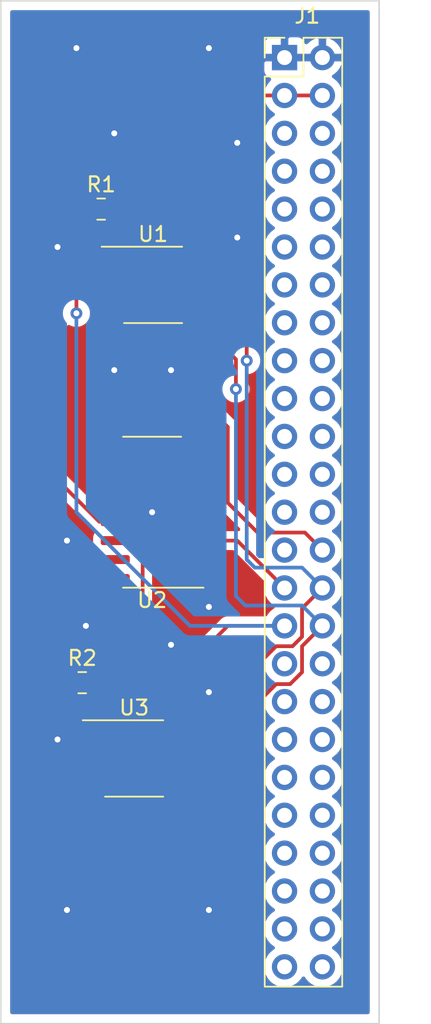
<source format=kicad_pcb>
(kicad_pcb (version 20171130) (host pcbnew "(5.1.4)-1")

  (general
    (thickness 1.6)
    (drawings 4)
    (tracks 109)
    (zones 0)
    (modules 6)
    (nets 57)
  )

  (page A4)
  (layers
    (0 F.Cu signal)
    (31 B.Cu signal)
    (32 B.Adhes user)
    (33 F.Adhes user)
    (34 B.Paste user)
    (35 F.Paste user)
    (36 B.SilkS user)
    (37 F.SilkS user)
    (38 B.Mask user)
    (39 F.Mask user)
    (40 Dwgs.User user)
    (41 Cmts.User user)
    (42 Eco1.User user)
    (43 Eco2.User user)
    (44 Edge.Cuts user)
    (45 Margin user)
    (46 B.CrtYd user)
    (47 F.CrtYd user)
    (48 B.Fab user)
    (49 F.Fab user)
  )

  (setup
    (last_trace_width 0.25)
    (trace_clearance 0.2)
    (zone_clearance 0.508)
    (zone_45_only no)
    (trace_min 0.2)
    (via_size 0.8)
    (via_drill 0.4)
    (via_min_size 0.45)
    (via_min_drill 0.3)
    (uvia_size 0.3)
    (uvia_drill 0.1)
    (uvias_allowed no)
    (uvia_min_size 0.2)
    (uvia_min_drill 0.1)
    (edge_width 0.05)
    (segment_width 0.2)
    (pcb_text_width 0.3)
    (pcb_text_size 1.5 1.5)
    (mod_edge_width 0.12)
    (mod_text_size 1 1)
    (mod_text_width 0.15)
    (pad_size 1.524 1.524)
    (pad_drill 0.762)
    (pad_to_mask_clearance 0.051)
    (solder_mask_min_width 0.25)
    (aux_axis_origin 0 0)
    (visible_elements 7FFFFFFF)
    (pcbplotparams
      (layerselection 0x010f0_ffffffff)
      (usegerberextensions false)
      (usegerberattributes false)
      (usegerberadvancedattributes false)
      (creategerberjobfile false)
      (excludeedgelayer true)
      (linewidth 0.100000)
      (plotframeref false)
      (viasonmask false)
      (mode 1)
      (useauxorigin false)
      (hpglpennumber 1)
      (hpglpenspeed 20)
      (hpglpendiameter 15.000000)
      (psnegative false)
      (psa4output false)
      (plotreference true)
      (plotvalue false)
      (plotinvisibletext false)
      (padsonsilk true)
      (subtractmaskfromsilk false)
      (outputformat 1)
      (mirror false)
      (drillshape 0)
      (scaleselection 1)
      (outputdirectory "gerber/"))
  )

  (net 0 "")
  (net 1 "Net-(J1-Pad6)")
  (net 2 "Net-(J1-Pad50)")
  (net 3 "Net-(J1-Pad49)")
  (net 4 "Net-(J1-Pad48)")
  (net 5 "Net-(J1-Pad47)")
  (net 6 "Net-(J1-Pad46)")
  (net 7 "Net-(J1-Pad45)")
  (net 8 "Net-(J1-Pad44)")
  (net 9 "Net-(J1-Pad43)")
  (net 10 "Net-(J1-Pad42)")
  (net 11 "Net-(J1-Pad41)")
  (net 12 "Net-(J1-Pad40)")
  (net 13 "Net-(J1-Pad39)")
  (net 14 "Net-(J1-Pad38)")
  (net 15 "Net-(J1-Pad37)")
  (net 16 "Net-(J1-Pad36)")
  (net 17 "Net-(J1-Pad35)")
  (net 18 "Net-(J1-Pad34)")
  (net 19 "Net-(J1-Pad33)")
  (net 20 "Net-(J1-Pad27)")
  (net 21 "Net-(J1-Pad26)")
  (net 22 "Net-(J1-Pad25)")
  (net 23 "Net-(J1-Pad24)")
  (net 24 "Net-(J1-Pad23)")
  (net 25 "Net-(J1-Pad22)")
  (net 26 "Net-(J1-Pad21)")
  (net 27 "Net-(J1-Pad20)")
  (net 28 "Net-(J1-Pad19)")
  (net 29 "Net-(J1-Pad17)")
  (net 30 "Net-(J1-Pad16)")
  (net 31 "Net-(J1-Pad15)")
  (net 32 "Net-(J1-Pad14)")
  (net 33 "Net-(J1-Pad13)")
  (net 34 "Net-(J1-Pad12)")
  (net 35 "Net-(J1-Pad11)")
  (net 36 "Net-(J1-Pad9)")
  (net 37 "Net-(J1-Pad8)")
  (net 38 "Net-(J1-Pad7)")
  (net 39 "Net-(J1-Pad5)")
  (net 40 GND)
  (net 41 +5V)
  (net 42 SPI4_MOSI)
  (net 43 SPI4_MISO)
  (net 44 SPI4_SCK)
  (net 45 SPI4_NSS)
  (net 46 /PE10)
  (net 47 "Net-(J1-Pad18)")
  (net 48 "Net-(J1-Pad10)")
  (net 49 "Net-(R1-Pad2)")
  (net 50 "Net-(R2-Pad2)")
  (net 51 "Net-(U2-Pad15)")
  (net 52 "Net-(U2-Pad12)")
  (net 53 "Net-(U2-Pad5)")
  (net 54 "Net-(U2-Pad4)")
  (net 55 "Net-(U2-Pad2)")
  (net 56 "Net-(U2-Pad1)")

  (net_class Default "This is the default net class."
    (clearance 0.2)
    (trace_width 0.25)
    (via_dia 0.8)
    (via_drill 0.4)
    (uvia_dia 0.3)
    (uvia_drill 0.1)
    (add_net +5V)
    (add_net /PE10)
    (add_net GND)
    (add_net "Net-(J1-Pad10)")
    (add_net "Net-(J1-Pad11)")
    (add_net "Net-(J1-Pad12)")
    (add_net "Net-(J1-Pad13)")
    (add_net "Net-(J1-Pad14)")
    (add_net "Net-(J1-Pad15)")
    (add_net "Net-(J1-Pad16)")
    (add_net "Net-(J1-Pad17)")
    (add_net "Net-(J1-Pad18)")
    (add_net "Net-(J1-Pad19)")
    (add_net "Net-(J1-Pad20)")
    (add_net "Net-(J1-Pad21)")
    (add_net "Net-(J1-Pad22)")
    (add_net "Net-(J1-Pad23)")
    (add_net "Net-(J1-Pad24)")
    (add_net "Net-(J1-Pad25)")
    (add_net "Net-(J1-Pad26)")
    (add_net "Net-(J1-Pad27)")
    (add_net "Net-(J1-Pad33)")
    (add_net "Net-(J1-Pad34)")
    (add_net "Net-(J1-Pad35)")
    (add_net "Net-(J1-Pad36)")
    (add_net "Net-(J1-Pad37)")
    (add_net "Net-(J1-Pad38)")
    (add_net "Net-(J1-Pad39)")
    (add_net "Net-(J1-Pad40)")
    (add_net "Net-(J1-Pad41)")
    (add_net "Net-(J1-Pad42)")
    (add_net "Net-(J1-Pad43)")
    (add_net "Net-(J1-Pad44)")
    (add_net "Net-(J1-Pad45)")
    (add_net "Net-(J1-Pad46)")
    (add_net "Net-(J1-Pad47)")
    (add_net "Net-(J1-Pad48)")
    (add_net "Net-(J1-Pad49)")
    (add_net "Net-(J1-Pad5)")
    (add_net "Net-(J1-Pad50)")
    (add_net "Net-(J1-Pad6)")
    (add_net "Net-(J1-Pad7)")
    (add_net "Net-(J1-Pad8)")
    (add_net "Net-(J1-Pad9)")
    (add_net "Net-(R1-Pad2)")
    (add_net "Net-(R2-Pad2)")
    (add_net "Net-(U2-Pad1)")
    (add_net "Net-(U2-Pad12)")
    (add_net "Net-(U2-Pad15)")
    (add_net "Net-(U2-Pad2)")
    (add_net "Net-(U2-Pad4)")
    (add_net "Net-(U2-Pad5)")
    (add_net SPI4_MISO)
    (add_net SPI4_MOSI)
    (add_net SPI4_NSS)
    (add_net SPI4_SCK)
  )

  (module Package_SO:SOIC-8_3.9x4.9mm_P1.27mm (layer F.Cu) (tedit 5C97300E) (tstamp 5F4B39E3)
    (at 148.655 127)
    (descr "SOIC, 8 Pin (JEDEC MS-012AA, https://www.analog.com/media/en/package-pcb-resources/package/pkg_pdf/soic_narrow-r/r_8.pdf), generated with kicad-footprint-generator ipc_gullwing_generator.py")
    (tags "SOIC SO")
    (path /5F4BFFA8)
    (attr smd)
    (fp_text reference U3 (at 0 -3.4) (layer F.SilkS)
      (effects (font (size 1 1) (thickness 0.15)))
    )
    (fp_text value 25LCxxx (at 0 3.4) (layer F.Fab)
      (effects (font (size 1 1) (thickness 0.15)))
    )
    (fp_text user %R (at 0 0) (layer F.Fab)
      (effects (font (size 0.98 0.98) (thickness 0.15)))
    )
    (fp_line (start 3.7 -2.7) (end -3.7 -2.7) (layer F.CrtYd) (width 0.05))
    (fp_line (start 3.7 2.7) (end 3.7 -2.7) (layer F.CrtYd) (width 0.05))
    (fp_line (start -3.7 2.7) (end 3.7 2.7) (layer F.CrtYd) (width 0.05))
    (fp_line (start -3.7 -2.7) (end -3.7 2.7) (layer F.CrtYd) (width 0.05))
    (fp_line (start -1.95 -1.475) (end -0.975 -2.45) (layer F.Fab) (width 0.1))
    (fp_line (start -1.95 2.45) (end -1.95 -1.475) (layer F.Fab) (width 0.1))
    (fp_line (start 1.95 2.45) (end -1.95 2.45) (layer F.Fab) (width 0.1))
    (fp_line (start 1.95 -2.45) (end 1.95 2.45) (layer F.Fab) (width 0.1))
    (fp_line (start -0.975 -2.45) (end 1.95 -2.45) (layer F.Fab) (width 0.1))
    (fp_line (start 0 -2.56) (end -3.45 -2.56) (layer F.SilkS) (width 0.12))
    (fp_line (start 0 -2.56) (end 1.95 -2.56) (layer F.SilkS) (width 0.12))
    (fp_line (start 0 2.56) (end -1.95 2.56) (layer F.SilkS) (width 0.12))
    (fp_line (start 0 2.56) (end 1.95 2.56) (layer F.SilkS) (width 0.12))
    (pad 8 smd roundrect (at 2.475 -1.905) (size 1.95 0.6) (layers F.Cu F.Paste F.Mask) (roundrect_rratio 0.25)
      (net 41 +5V))
    (pad 7 smd roundrect (at 2.475 -0.635) (size 1.95 0.6) (layers F.Cu F.Paste F.Mask) (roundrect_rratio 0.25)
      (net 41 +5V))
    (pad 6 smd roundrect (at 2.475 0.635) (size 1.95 0.6) (layers F.Cu F.Paste F.Mask) (roundrect_rratio 0.25)
      (net 44 SPI4_SCK))
    (pad 5 smd roundrect (at 2.475 1.905) (size 1.95 0.6) (layers F.Cu F.Paste F.Mask) (roundrect_rratio 0.25)
      (net 42 SPI4_MOSI))
    (pad 4 smd roundrect (at -2.475 1.905) (size 1.95 0.6) (layers F.Cu F.Paste F.Mask) (roundrect_rratio 0.25)
      (net 40 GND))
    (pad 3 smd roundrect (at -2.475 0.635) (size 1.95 0.6) (layers F.Cu F.Paste F.Mask) (roundrect_rratio 0.25)
      (net 41 +5V))
    (pad 2 smd roundrect (at -2.475 -0.635) (size 1.95 0.6) (layers F.Cu F.Paste F.Mask) (roundrect_rratio 0.25)
      (net 43 SPI4_MISO))
    (pad 1 smd roundrect (at -2.475 -1.905) (size 1.95 0.6) (layers F.Cu F.Paste F.Mask) (roundrect_rratio 0.25)
      (net 50 "Net-(R2-Pad2)"))
    (model ${KISYS3DMOD}/Package_SO.3dshapes/SOIC-8_3.9x4.9mm_P1.27mm.wrl
      (at (xyz 0 0 0))
      (scale (xyz 1 1 1))
      (rotate (xyz 0 0 0))
    )
  )

  (module Package_SO:SOIC-16_3.9x9.9mm_P1.27mm (layer F.Cu) (tedit 5C97300E) (tstamp 5F4B3A36)
    (at 149.86 110.49 180)
    (descr "SOIC, 16 Pin (JEDEC MS-012AC, https://www.analog.com/media/en/package-pcb-resources/package/pkg_pdf/soic_narrow-r/r_16.pdf), generated with kicad-footprint-generator ipc_gullwing_generator.py")
    (tags "SOIC SO")
    (path /5F4AFBBA)
    (attr smd)
    (fp_text reference U2 (at 0 -5.9) (layer F.SilkS)
      (effects (font (size 1 1) (thickness 0.15)))
    )
    (fp_text value 74HC4051 (at 0 5.9) (layer F.Fab)
      (effects (font (size 1 1) (thickness 0.15)))
    )
    (fp_text user %R (at 0 0) (layer F.Fab)
      (effects (font (size 0.98 0.98) (thickness 0.15)))
    )
    (fp_line (start 3.7 -5.2) (end -3.7 -5.2) (layer F.CrtYd) (width 0.05))
    (fp_line (start 3.7 5.2) (end 3.7 -5.2) (layer F.CrtYd) (width 0.05))
    (fp_line (start -3.7 5.2) (end 3.7 5.2) (layer F.CrtYd) (width 0.05))
    (fp_line (start -3.7 -5.2) (end -3.7 5.2) (layer F.CrtYd) (width 0.05))
    (fp_line (start -1.95 -3.975) (end -0.975 -4.95) (layer F.Fab) (width 0.1))
    (fp_line (start -1.95 4.95) (end -1.95 -3.975) (layer F.Fab) (width 0.1))
    (fp_line (start 1.95 4.95) (end -1.95 4.95) (layer F.Fab) (width 0.1))
    (fp_line (start 1.95 -4.95) (end 1.95 4.95) (layer F.Fab) (width 0.1))
    (fp_line (start -0.975 -4.95) (end 1.95 -4.95) (layer F.Fab) (width 0.1))
    (fp_line (start 0 -5.06) (end -3.45 -5.06) (layer F.SilkS) (width 0.12))
    (fp_line (start 0 -5.06) (end 1.95 -5.06) (layer F.SilkS) (width 0.12))
    (fp_line (start 0 5.06) (end -1.95 5.06) (layer F.SilkS) (width 0.12))
    (fp_line (start 0 5.06) (end 1.95 5.06) (layer F.SilkS) (width 0.12))
    (pad 16 smd roundrect (at 2.475 -4.445 180) (size 1.95 0.6) (layers F.Cu F.Paste F.Mask) (roundrect_rratio 0.25)
      (net 41 +5V))
    (pad 15 smd roundrect (at 2.475 -3.175 180) (size 1.95 0.6) (layers F.Cu F.Paste F.Mask) (roundrect_rratio 0.25)
      (net 51 "Net-(U2-Pad15)"))
    (pad 14 smd roundrect (at 2.475 -1.905 180) (size 1.95 0.6) (layers F.Cu F.Paste F.Mask) (roundrect_rratio 0.25)
      (net 50 "Net-(R2-Pad2)"))
    (pad 13 smd roundrect (at 2.475 -0.635 180) (size 1.95 0.6) (layers F.Cu F.Paste F.Mask) (roundrect_rratio 0.25)
      (net 49 "Net-(R1-Pad2)"))
    (pad 12 smd roundrect (at 2.475 0.635 180) (size 1.95 0.6) (layers F.Cu F.Paste F.Mask) (roundrect_rratio 0.25)
      (net 52 "Net-(U2-Pad12)"))
    (pad 11 smd roundrect (at 2.475 1.905 180) (size 1.95 0.6) (layers F.Cu F.Paste F.Mask) (roundrect_rratio 0.25)
      (net 46 /PE10))
    (pad 10 smd roundrect (at 2.475 3.175 180) (size 1.95 0.6) (layers F.Cu F.Paste F.Mask) (roundrect_rratio 0.25)
      (net 40 GND))
    (pad 9 smd roundrect (at 2.475 4.445 180) (size 1.95 0.6) (layers F.Cu F.Paste F.Mask) (roundrect_rratio 0.25)
      (net 40 GND))
    (pad 8 smd roundrect (at -2.475 4.445 180) (size 1.95 0.6) (layers F.Cu F.Paste F.Mask) (roundrect_rratio 0.25)
      (net 40 GND))
    (pad 7 smd roundrect (at -2.475 3.175 180) (size 1.95 0.6) (layers F.Cu F.Paste F.Mask) (roundrect_rratio 0.25)
      (net 40 GND))
    (pad 6 smd roundrect (at -2.475 1.905 180) (size 1.95 0.6) (layers F.Cu F.Paste F.Mask) (roundrect_rratio 0.25)
      (net 40 GND))
    (pad 5 smd roundrect (at -2.475 0.635 180) (size 1.95 0.6) (layers F.Cu F.Paste F.Mask) (roundrect_rratio 0.25)
      (net 53 "Net-(U2-Pad5)"))
    (pad 4 smd roundrect (at -2.475 -0.635 180) (size 1.95 0.6) (layers F.Cu F.Paste F.Mask) (roundrect_rratio 0.25)
      (net 54 "Net-(U2-Pad4)"))
    (pad 3 smd roundrect (at -2.475 -1.905 180) (size 1.95 0.6) (layers F.Cu F.Paste F.Mask) (roundrect_rratio 0.25)
      (net 45 SPI4_NSS))
    (pad 2 smd roundrect (at -2.475 -3.175 180) (size 1.95 0.6) (layers F.Cu F.Paste F.Mask) (roundrect_rratio 0.25)
      (net 55 "Net-(U2-Pad2)"))
    (pad 1 smd roundrect (at -2.475 -4.445 180) (size 1.95 0.6) (layers F.Cu F.Paste F.Mask) (roundrect_rratio 0.25)
      (net 56 "Net-(U2-Pad1)"))
    (model ${KISYS3DMOD}/Package_SO.3dshapes/SOIC-16_3.9x9.9mm_P1.27mm.wrl
      (at (xyz 0 0 0))
      (scale (xyz 1 1 1))
      (rotate (xyz 0 0 0))
    )
  )

  (module Package_SO:SOIC-8_3.9x4.9mm_P1.27mm (layer F.Cu) (tedit 5C97300E) (tstamp 5F4B3D61)
    (at 149.925 95.25)
    (descr "SOIC, 8 Pin (JEDEC MS-012AA, https://www.analog.com/media/en/package-pcb-resources/package/pkg_pdf/soic_narrow-r/r_8.pdf), generated with kicad-footprint-generator ipc_gullwing_generator.py")
    (tags "SOIC SO")
    (path /5F4A6A17)
    (attr smd)
    (fp_text reference U1 (at 0 -3.4) (layer F.SilkS)
      (effects (font (size 1 1) (thickness 0.15)))
    )
    (fp_text value 25LCxxx (at 0 3.4) (layer F.Fab)
      (effects (font (size 1 1) (thickness 0.15)))
    )
    (fp_text user %R (at 0 0) (layer F.Fab)
      (effects (font (size 0.98 0.98) (thickness 0.15)))
    )
    (fp_line (start 3.7 -2.7) (end -3.7 -2.7) (layer F.CrtYd) (width 0.05))
    (fp_line (start 3.7 2.7) (end 3.7 -2.7) (layer F.CrtYd) (width 0.05))
    (fp_line (start -3.7 2.7) (end 3.7 2.7) (layer F.CrtYd) (width 0.05))
    (fp_line (start -3.7 -2.7) (end -3.7 2.7) (layer F.CrtYd) (width 0.05))
    (fp_line (start -1.95 -1.475) (end -0.975 -2.45) (layer F.Fab) (width 0.1))
    (fp_line (start -1.95 2.45) (end -1.95 -1.475) (layer F.Fab) (width 0.1))
    (fp_line (start 1.95 2.45) (end -1.95 2.45) (layer F.Fab) (width 0.1))
    (fp_line (start 1.95 -2.45) (end 1.95 2.45) (layer F.Fab) (width 0.1))
    (fp_line (start -0.975 -2.45) (end 1.95 -2.45) (layer F.Fab) (width 0.1))
    (fp_line (start 0 -2.56) (end -3.45 -2.56) (layer F.SilkS) (width 0.12))
    (fp_line (start 0 -2.56) (end 1.95 -2.56) (layer F.SilkS) (width 0.12))
    (fp_line (start 0 2.56) (end -1.95 2.56) (layer F.SilkS) (width 0.12))
    (fp_line (start 0 2.56) (end 1.95 2.56) (layer F.SilkS) (width 0.12))
    (pad 8 smd roundrect (at 2.475 -1.905) (size 1.95 0.6) (layers F.Cu F.Paste F.Mask) (roundrect_rratio 0.25)
      (net 41 +5V))
    (pad 7 smd roundrect (at 2.475 -0.635) (size 1.95 0.6) (layers F.Cu F.Paste F.Mask) (roundrect_rratio 0.25)
      (net 41 +5V))
    (pad 6 smd roundrect (at 2.475 0.635) (size 1.95 0.6) (layers F.Cu F.Paste F.Mask) (roundrect_rratio 0.25)
      (net 44 SPI4_SCK))
    (pad 5 smd roundrect (at 2.475 1.905) (size 1.95 0.6) (layers F.Cu F.Paste F.Mask) (roundrect_rratio 0.25)
      (net 42 SPI4_MOSI))
    (pad 4 smd roundrect (at -2.475 1.905) (size 1.95 0.6) (layers F.Cu F.Paste F.Mask) (roundrect_rratio 0.25)
      (net 40 GND))
    (pad 3 smd roundrect (at -2.475 0.635) (size 1.95 0.6) (layers F.Cu F.Paste F.Mask) (roundrect_rratio 0.25)
      (net 41 +5V))
    (pad 2 smd roundrect (at -2.475 -0.635) (size 1.95 0.6) (layers F.Cu F.Paste F.Mask) (roundrect_rratio 0.25)
      (net 43 SPI4_MISO))
    (pad 1 smd roundrect (at -2.475 -1.905) (size 1.95 0.6) (layers F.Cu F.Paste F.Mask) (roundrect_rratio 0.25)
      (net 49 "Net-(R1-Pad2)"))
    (model ${KISYS3DMOD}/Package_SO.3dshapes/SOIC-8_3.9x4.9mm_P1.27mm.wrl
      (at (xyz 0 0 0))
      (scale (xyz 1 1 1))
      (rotate (xyz 0 0 0))
    )
  )

  (module Resistor_SMD:R_0805_2012Metric_Pad1.15x1.40mm_HandSolder (layer F.Cu) (tedit 5B36C52B) (tstamp 5F4B3AD3)
    (at 145.17 121.92)
    (descr "Resistor SMD 0805 (2012 Metric), square (rectangular) end terminal, IPC_7351 nominal with elongated pad for handsoldering. (Body size source: https://docs.google.com/spreadsheets/d/1BsfQQcO9C6DZCsRaXUlFlo91Tg2WpOkGARC1WS5S8t0/edit?usp=sharing), generated with kicad-footprint-generator")
    (tags "resistor handsolder")
    (path /5F4CE0F2)
    (attr smd)
    (fp_text reference R2 (at 0 -1.65) (layer F.SilkS)
      (effects (font (size 1 1) (thickness 0.15)))
    )
    (fp_text value 10K (at 0 1.65) (layer F.Fab)
      (effects (font (size 1 1) (thickness 0.15)))
    )
    (fp_text user %R (at 0 0) (layer F.Fab)
      (effects (font (size 0.5 0.5) (thickness 0.08)))
    )
    (fp_line (start 1.85 0.95) (end -1.85 0.95) (layer F.CrtYd) (width 0.05))
    (fp_line (start 1.85 -0.95) (end 1.85 0.95) (layer F.CrtYd) (width 0.05))
    (fp_line (start -1.85 -0.95) (end 1.85 -0.95) (layer F.CrtYd) (width 0.05))
    (fp_line (start -1.85 0.95) (end -1.85 -0.95) (layer F.CrtYd) (width 0.05))
    (fp_line (start -0.261252 0.71) (end 0.261252 0.71) (layer F.SilkS) (width 0.12))
    (fp_line (start -0.261252 -0.71) (end 0.261252 -0.71) (layer F.SilkS) (width 0.12))
    (fp_line (start 1 0.6) (end -1 0.6) (layer F.Fab) (width 0.1))
    (fp_line (start 1 -0.6) (end 1 0.6) (layer F.Fab) (width 0.1))
    (fp_line (start -1 -0.6) (end 1 -0.6) (layer F.Fab) (width 0.1))
    (fp_line (start -1 0.6) (end -1 -0.6) (layer F.Fab) (width 0.1))
    (pad 2 smd roundrect (at 1.025 0) (size 1.15 1.4) (layers F.Cu F.Paste F.Mask) (roundrect_rratio 0.217391)
      (net 50 "Net-(R2-Pad2)"))
    (pad 1 smd roundrect (at -1.025 0) (size 1.15 1.4) (layers F.Cu F.Paste F.Mask) (roundrect_rratio 0.217391)
      (net 41 +5V))
    (model ${KISYS3DMOD}/Resistor_SMD.3dshapes/R_0805_2012Metric.wrl
      (at (xyz 0 0 0))
      (scale (xyz 1 1 1))
      (rotate (xyz 0 0 0))
    )
  )

  (module Resistor_SMD:R_0805_2012Metric_Pad1.15x1.40mm_HandSolder (layer F.Cu) (tedit 5B36C52B) (tstamp 5F4B3E07)
    (at 146.44 90.17)
    (descr "Resistor SMD 0805 (2012 Metric), square (rectangular) end terminal, IPC_7351 nominal with elongated pad for handsoldering. (Body size source: https://docs.google.com/spreadsheets/d/1BsfQQcO9C6DZCsRaXUlFlo91Tg2WpOkGARC1WS5S8t0/edit?usp=sharing), generated with kicad-footprint-generator")
    (tags "resistor handsolder")
    (path /5F4CD6E6)
    (attr smd)
    (fp_text reference R1 (at 0 -1.65) (layer F.SilkS)
      (effects (font (size 1 1) (thickness 0.15)))
    )
    (fp_text value 10K (at 0 1.65) (layer F.Fab)
      (effects (font (size 1 1) (thickness 0.15)))
    )
    (fp_text user %R (at 0 0) (layer F.Fab)
      (effects (font (size 0.5 0.5) (thickness 0.08)))
    )
    (fp_line (start 1.85 0.95) (end -1.85 0.95) (layer F.CrtYd) (width 0.05))
    (fp_line (start 1.85 -0.95) (end 1.85 0.95) (layer F.CrtYd) (width 0.05))
    (fp_line (start -1.85 -0.95) (end 1.85 -0.95) (layer F.CrtYd) (width 0.05))
    (fp_line (start -1.85 0.95) (end -1.85 -0.95) (layer F.CrtYd) (width 0.05))
    (fp_line (start -0.261252 0.71) (end 0.261252 0.71) (layer F.SilkS) (width 0.12))
    (fp_line (start -0.261252 -0.71) (end 0.261252 -0.71) (layer F.SilkS) (width 0.12))
    (fp_line (start 1 0.6) (end -1 0.6) (layer F.Fab) (width 0.1))
    (fp_line (start 1 -0.6) (end 1 0.6) (layer F.Fab) (width 0.1))
    (fp_line (start -1 -0.6) (end 1 -0.6) (layer F.Fab) (width 0.1))
    (fp_line (start -1 0.6) (end -1 -0.6) (layer F.Fab) (width 0.1))
    (pad 2 smd roundrect (at 1.025 0) (size 1.15 1.4) (layers F.Cu F.Paste F.Mask) (roundrect_rratio 0.217391)
      (net 49 "Net-(R1-Pad2)"))
    (pad 1 smd roundrect (at -1.025 0) (size 1.15 1.4) (layers F.Cu F.Paste F.Mask) (roundrect_rratio 0.217391)
      (net 41 +5V))
    (model ${KISYS3DMOD}/Resistor_SMD.3dshapes/R_0805_2012Metric.wrl
      (at (xyz 0 0 0))
      (scale (xyz 1 1 1))
      (rotate (xyz 0 0 0))
    )
  )

  (module CustomSockets:PinSocket_2x25_P2.54mm_Vertical_Mirrored (layer F.Cu) (tedit 5F4A638F) (tstamp 5F4B382A)
    (at 158.75 80.01)
    (descr "Through hole straight socket strip, 2x25, 2.54mm pitch, double cols (from Kicad 4.0.7), script generated")
    (tags "Through hole socket strip THT 2x25 2.54mm double row")
    (path /5F4A878B)
    (fp_text reference J1 (at 1.524 -2.794) (layer F.SilkS)
      (effects (font (size 1 1) (thickness 0.15)))
    )
    (fp_text value Conn_02x25_Odd_Even (at 1.27 63.754) (layer F.Fab)
      (effects (font (size 1 1) (thickness 0.15)))
    )
    (fp_text user %R (at 1.27 30.48 90) (layer F.Fab)
      (effects (font (size 1 1) (thickness 0.15)))
    )
    (fp_line (start 4.34 62.7) (end 4.34 -1.8) (layer F.CrtYd) (width 0.05))
    (fp_line (start -1.76 62.7) (end 4.34 62.7) (layer F.CrtYd) (width 0.05))
    (fp_line (start -1.76 -1.8) (end -1.76 62.7) (layer F.CrtYd) (width 0.05))
    (fp_line (start 4.34 -1.8) (end -1.76 -1.8) (layer F.CrtYd) (width 0.05))
    (fp_line (start 0 -1.33) (end -1.33 -1.33) (layer F.SilkS) (width 0.12))
    (fp_line (start -1.33 -1.33) (end -1.33 0) (layer F.SilkS) (width 0.12))
    (fp_line (start 1.27 -1.33) (end 1.27 1.27) (layer F.SilkS) (width 0.12))
    (fp_line (start 1.27 1.27) (end -1.33 1.27) (layer F.SilkS) (width 0.12))
    (fp_line (start -1.33 1.27) (end -1.33 62.29) (layer F.SilkS) (width 0.12))
    (fp_line (start 3.87 62.29) (end -1.33 62.29) (layer F.SilkS) (width 0.12))
    (fp_line (start 3.87 -1.33) (end 3.87 62.29) (layer F.SilkS) (width 0.12))
    (fp_line (start 3.87 -1.33) (end 1.27 -1.33) (layer F.SilkS) (width 0.12))
    (fp_line (start 3.81 62.23) (end 3.81 -1.27) (layer F.Fab) (width 0.1))
    (fp_line (start -1.27 62.23) (end 3.81 62.23) (layer F.Fab) (width 0.1))
    (fp_line (start -1.27 -0.27) (end -1.27 62.23) (layer F.Fab) (width 0.1))
    (fp_line (start -0.27 -1.27) (end -1.27 -0.27) (layer F.Fab) (width 0.1))
    (fp_line (start 3.81 -1.27) (end -0.27 -1.27) (layer F.Fab) (width 0.1))
    (pad 50 thru_hole oval (at 2.54 60.96) (size 1.7 1.7) (drill 1) (layers *.Cu *.Mask)
      (net 2 "Net-(J1-Pad50)"))
    (pad 49 thru_hole oval (at 0 60.96) (size 1.7 1.7) (drill 1) (layers *.Cu *.Mask)
      (net 3 "Net-(J1-Pad49)"))
    (pad 48 thru_hole oval (at 2.54 58.42) (size 1.7 1.7) (drill 1) (layers *.Cu *.Mask)
      (net 4 "Net-(J1-Pad48)"))
    (pad 47 thru_hole oval (at 0 58.42) (size 1.7 1.7) (drill 1) (layers *.Cu *.Mask)
      (net 5 "Net-(J1-Pad47)"))
    (pad 46 thru_hole oval (at 2.54 55.88) (size 1.7 1.7) (drill 1) (layers *.Cu *.Mask)
      (net 6 "Net-(J1-Pad46)"))
    (pad 45 thru_hole oval (at 0 55.88) (size 1.7 1.7) (drill 1) (layers *.Cu *.Mask)
      (net 7 "Net-(J1-Pad45)"))
    (pad 44 thru_hole oval (at 2.54 53.34) (size 1.7 1.7) (drill 1) (layers *.Cu *.Mask)
      (net 8 "Net-(J1-Pad44)"))
    (pad 43 thru_hole oval (at 0 53.34) (size 1.7 1.7) (drill 1) (layers *.Cu *.Mask)
      (net 9 "Net-(J1-Pad43)"))
    (pad 42 thru_hole oval (at 2.54 50.8) (size 1.7 1.7) (drill 1) (layers *.Cu *.Mask)
      (net 10 "Net-(J1-Pad42)"))
    (pad 41 thru_hole oval (at 0 50.8) (size 1.7 1.7) (drill 1) (layers *.Cu *.Mask)
      (net 11 "Net-(J1-Pad41)"))
    (pad 40 thru_hole oval (at 2.54 48.26) (size 1.7 1.7) (drill 1) (layers *.Cu *.Mask)
      (net 12 "Net-(J1-Pad40)"))
    (pad 39 thru_hole oval (at 0 48.26) (size 1.7 1.7) (drill 1) (layers *.Cu *.Mask)
      (net 13 "Net-(J1-Pad39)"))
    (pad 38 thru_hole oval (at 2.54 45.72) (size 1.7 1.7) (drill 1) (layers *.Cu *.Mask)
      (net 14 "Net-(J1-Pad38)"))
    (pad 37 thru_hole oval (at 0 45.72) (size 1.7 1.7) (drill 1) (layers *.Cu *.Mask)
      (net 15 "Net-(J1-Pad37)"))
    (pad 36 thru_hole oval (at 2.54 43.18) (size 1.7 1.7) (drill 1) (layers *.Cu *.Mask)
      (net 16 "Net-(J1-Pad36)"))
    (pad 35 thru_hole oval (at 0 43.18) (size 1.7 1.7) (drill 1) (layers *.Cu *.Mask)
      (net 17 "Net-(J1-Pad35)"))
    (pad 34 thru_hole oval (at 2.54 40.64) (size 1.7 1.7) (drill 1) (layers *.Cu *.Mask)
      (net 18 "Net-(J1-Pad34)"))
    (pad 33 thru_hole oval (at 0 40.64) (size 1.7 1.7) (drill 1) (layers *.Cu *.Mask)
      (net 19 "Net-(J1-Pad33)"))
    (pad 32 thru_hole oval (at 2.54 38.1) (size 1.7 1.7) (drill 1) (layers *.Cu *.Mask)
      (net 42 SPI4_MOSI))
    (pad 31 thru_hole oval (at 0 38.1) (size 1.7 1.7) (drill 1) (layers *.Cu *.Mask)
      (net 43 SPI4_MISO))
    (pad 30 thru_hole oval (at 2.54 35.56) (size 1.7 1.7) (drill 1) (layers *.Cu *.Mask)
      (net 44 SPI4_SCK))
    (pad 29 thru_hole oval (at 0 35.56) (size 1.7 1.7) (drill 1) (layers *.Cu *.Mask)
      (net 45 SPI4_NSS))
    (pad 28 thru_hole oval (at 2.54 33.02) (size 1.7 1.7) (drill 1) (layers *.Cu *.Mask)
      (net 46 /PE10))
    (pad 27 thru_hole oval (at 0 33.02) (size 1.7 1.7) (drill 1) (layers *.Cu *.Mask)
      (net 20 "Net-(J1-Pad27)"))
    (pad 26 thru_hole oval (at 2.54 30.48) (size 1.7 1.7) (drill 1) (layers *.Cu *.Mask)
      (net 21 "Net-(J1-Pad26)"))
    (pad 25 thru_hole oval (at 0 30.48) (size 1.7 1.7) (drill 1) (layers *.Cu *.Mask)
      (net 22 "Net-(J1-Pad25)"))
    (pad 24 thru_hole oval (at 2.54 27.94) (size 1.7 1.7) (drill 1) (layers *.Cu *.Mask)
      (net 23 "Net-(J1-Pad24)"))
    (pad 23 thru_hole oval (at 0 27.94) (size 1.7 1.7) (drill 1) (layers *.Cu *.Mask)
      (net 24 "Net-(J1-Pad23)"))
    (pad 22 thru_hole oval (at 2.54 25.4) (size 1.7 1.7) (drill 1) (layers *.Cu *.Mask)
      (net 25 "Net-(J1-Pad22)"))
    (pad 21 thru_hole oval (at 0 25.4) (size 1.7 1.7) (drill 1) (layers *.Cu *.Mask)
      (net 26 "Net-(J1-Pad21)"))
    (pad 20 thru_hole oval (at 2.54 22.86) (size 1.7 1.7) (drill 1) (layers *.Cu *.Mask)
      (net 27 "Net-(J1-Pad20)"))
    (pad 19 thru_hole oval (at 0 22.86) (size 1.7 1.7) (drill 1) (layers *.Cu *.Mask)
      (net 28 "Net-(J1-Pad19)"))
    (pad 18 thru_hole oval (at 2.54 20.32) (size 1.7 1.7) (drill 1) (layers *.Cu *.Mask)
      (net 47 "Net-(J1-Pad18)"))
    (pad 17 thru_hole oval (at 0 20.32) (size 1.7 1.7) (drill 1) (layers *.Cu *.Mask)
      (net 29 "Net-(J1-Pad17)"))
    (pad 16 thru_hole oval (at 2.54 17.78) (size 1.7 1.7) (drill 1) (layers *.Cu *.Mask)
      (net 30 "Net-(J1-Pad16)"))
    (pad 15 thru_hole oval (at 0 17.78) (size 1.7 1.7) (drill 1) (layers *.Cu *.Mask)
      (net 31 "Net-(J1-Pad15)"))
    (pad 14 thru_hole oval (at 2.54 15.24) (size 1.7 1.7) (drill 1) (layers *.Cu *.Mask)
      (net 32 "Net-(J1-Pad14)"))
    (pad 13 thru_hole oval (at 0 15.24) (size 1.7 1.7) (drill 1) (layers *.Cu *.Mask)
      (net 33 "Net-(J1-Pad13)"))
    (pad 12 thru_hole oval (at 2.54 12.7) (size 1.7 1.7) (drill 1) (layers *.Cu *.Mask)
      (net 34 "Net-(J1-Pad12)"))
    (pad 11 thru_hole oval (at 0 12.7) (size 1.7 1.7) (drill 1) (layers *.Cu *.Mask)
      (net 35 "Net-(J1-Pad11)"))
    (pad 10 thru_hole oval (at 2.54 10.16) (size 1.7 1.7) (drill 1) (layers *.Cu *.Mask)
      (net 48 "Net-(J1-Pad10)"))
    (pad 9 thru_hole oval (at 0 10.16) (size 1.7 1.7) (drill 1) (layers *.Cu *.Mask)
      (net 36 "Net-(J1-Pad9)"))
    (pad 8 thru_hole oval (at 2.54 7.62) (size 1.7 1.7) (drill 1) (layers *.Cu *.Mask)
      (net 37 "Net-(J1-Pad8)"))
    (pad 7 thru_hole oval (at 0 7.62) (size 1.7 1.7) (drill 1) (layers *.Cu *.Mask)
      (net 38 "Net-(J1-Pad7)"))
    (pad 6 thru_hole oval (at 2.54 5.08) (size 1.7 1.7) (drill 1) (layers *.Cu *.Mask)
      (net 1 "Net-(J1-Pad6)"))
    (pad 5 thru_hole oval (at 0 5.08) (size 1.7 1.7) (drill 1) (layers *.Cu *.Mask)
      (net 39 "Net-(J1-Pad5)"))
    (pad 4 thru_hole oval (at 2.54 2.54) (size 1.7 1.7) (drill 1) (layers *.Cu *.Mask)
      (net 41 +5V))
    (pad 3 thru_hole oval (at 0 2.54) (size 1.7 1.7) (drill 1) (layers *.Cu *.Mask)
      (net 41 +5V))
    (pad 2 thru_hole oval (at 2.54 0) (size 1.7 1.7) (drill 1) (layers *.Cu *.Mask)
      (net 40 GND))
    (pad 1 thru_hole rect (at 0 0) (size 1.7 1.7) (drill 1) (layers *.Cu *.Mask)
      (net 40 GND))
    (model ${KISYS3DMOD}/Connector_PinSocket_2.54mm.3dshapes/PinSocket_2x25_P2.54mm_Vertical.wrl
      (offset (xyz 2.54 0 0))
      (scale (xyz 1 1 1))
      (rotate (xyz 0 0 0))
    )
  )

  (gr_line (start 139.7 144.78) (end 139.7 76.2) (layer Edge.Cuts) (width 0.1))
  (gr_line (start 165.1 144.78) (end 139.7 144.78) (layer Edge.Cuts) (width 0.1))
  (gr_line (start 165.1 76.2) (end 165.1 144.78) (layer Edge.Cuts) (width 0.1) (tstamp 5F4B3AF4))
  (gr_line (start 139.7 76.2) (end 165.1 76.2) (layer Edge.Cuts) (width 0.1))

  (via (at 155.575 85.725) (size 0.8) (drill 0.4) (layers F.Cu B.Cu) (net 40))
  (via (at 155.575 92.075) (size 0.8) (drill 0.4) (layers F.Cu B.Cu) (net 40))
  (via (at 147.32 100.965) (size 0.8) (drill 0.4) (layers F.Cu B.Cu) (net 40))
  (via (at 151.13 100.965) (size 0.8) (drill 0.4) (layers F.Cu B.Cu) (net 40))
  (via (at 147.32 85.09) (size 0.8) (drill 0.4) (layers F.Cu B.Cu) (net 40))
  (via (at 143.51 92.71) (size 0.8) (drill 0.4) (layers F.Cu B.Cu) (net 40))
  (via (at 144.145 112.395) (size 0.8) (drill 0.4) (layers F.Cu B.Cu) (net 40))
  (via (at 145.415 118.11) (size 0.8) (drill 0.4) (layers F.Cu B.Cu) (net 40))
  (via (at 153.67 122.555) (size 0.8) (drill 0.4) (layers F.Cu B.Cu) (net 40))
  (via (at 144.145 137.16) (size 0.8) (drill 0.4) (layers F.Cu B.Cu) (net 40))
  (via (at 153.67 137.16) (size 0.8) (drill 0.4) (layers F.Cu B.Cu) (net 40))
  (via (at 144.78 79.375) (size 0.8) (drill 0.4) (layers F.Cu B.Cu) (net 40))
  (via (at 153.67 79.375) (size 0.8) (drill 0.4) (layers F.Cu B.Cu) (net 40))
  (via (at 151.13 119.38) (size 0.8) (drill 0.4) (layers F.Cu B.Cu) (net 40))
  (via (at 153.67 116.84) (size 0.8) (drill 0.4) (layers F.Cu B.Cu) (net 40))
  (via (at 149.86 110.49) (size 0.8) (drill 0.4) (layers F.Cu B.Cu) (net 40))
  (via (at 143.51 125.73) (size 0.8) (drill 0.4) (layers F.Cu B.Cu) (net 40))
  (segment (start 142.24 127.635) (end 146.05 127.635) (width 0.25) (layer F.Cu) (net 41) (tstamp 5F4B43D9))
  (segment (start 144 121.92) (end 142.24 121.92) (width 0.25) (layer F.Cu) (net 41) (tstamp 5F4B42F2))
  (segment (start 142.24 121.92) (end 142.24 127.635) (width 0.25) (layer F.Cu) (net 41))
  (segment (start 147.385 114.935) (end 142.24 114.935) (width 0.25) (layer F.Cu) (net 41))
  (segment (start 142.24 114.935) (end 142.24 121.92) (width 0.25) (layer F.Cu) (net 41))
  (segment (start 142.24 82.55) (end 142.24 95.885) (width 0.25) (layer F.Cu) (net 41))
  (segment (start 142.24 95.885) (end 142.24 114.935) (width 0.25) (layer F.Cu) (net 41))
  (segment (start 145.27 90.17) (end 142.24 90.17) (width 0.25) (layer F.Cu) (net 41))
  (segment (start 158.75 82.55) (end 161.29 82.55) (width 0.25) (layer F.Cu) (net 41))
  (segment (start 151.13 125.095) (end 151.13 126.365) (width 0.25) (layer F.Cu) (net 41))
  (segment (start 151.13 126.365) (end 149.86 126.365) (width 0.25) (layer F.Cu) (net 41))
  (segment (start 149.86 126.365) (end 148.59 127.635) (width 0.25) (layer F.Cu) (net 41))
  (segment (start 148.59 127.635) (end 146.18 127.635) (width 0.25) (layer F.Cu) (net 41))
  (segment (start 152.4 93.345) (end 152.4 82.55) (width 0.25) (layer F.Cu) (net 41))
  (segment (start 158.75 82.55) (end 152.4 82.55) (width 0.25) (layer F.Cu) (net 41))
  (segment (start 152.4 82.55) (end 142.24 82.55) (width 0.25) (layer F.Cu) (net 41))
  (segment (start 152.4 93.345) (end 152.4 94.615) (width 0.25) (layer F.Cu) (net 41))
  (segment (start 149.225 95.885) (end 147.45 95.885) (width 0.25) (layer F.Cu) (net 41))
  (segment (start 152.4 94.615) (end 150.495 94.615) (width 0.25) (layer F.Cu) (net 41))
  (segment (start 150.495 94.615) (end 149.225 95.885) (width 0.25) (layer F.Cu) (net 41))
  (segment (start 158.185999 122.014999) (end 154.94 125.260998) (width 0.25) (layer F.Cu) (net 42))
  (segment (start 159.124003 122.014999) (end 158.185999 122.014999) (width 0.25) (layer F.Cu) (net 42))
  (segment (start 159.925001 121.214001) (end 159.124003 122.014999) (width 0.25) (layer F.Cu) (net 42))
  (segment (start 161.29 118.11) (end 159.925001 119.474999) (width 0.25) (layer F.Cu) (net 42))
  (segment (start 159.925001 119.474999) (end 159.925001 121.214001) (width 0.25) (layer F.Cu) (net 42))
  (segment (start 152.205 128.905) (end 151.13 128.905) (width 0.25) (layer F.Cu) (net 42))
  (segment (start 154.94 126.17) (end 152.205 128.905) (width 0.25) (layer F.Cu) (net 42))
  (segment (start 154.94 125.260998) (end 154.94 126.17) (width 0.25) (layer F.Cu) (net 42))
  (segment (start 159.925001 116.745001) (end 156.115001 116.745001) (width 0.25) (layer B.Cu) (net 42))
  (segment (start 161.29 118.11) (end 159.925001 116.745001) (width 0.25) (layer B.Cu) (net 42))
  (segment (start 156.115001 116.745001) (end 155.575 116.205) (width 0.25) (layer B.Cu) (net 42))
  (via (at 155.485 102.235) (size 0.8) (drill 0.4) (layers F.Cu B.Cu) (net 42))
  (segment (start 155.575 116.205) (end 155.485 116.115) (width 0.25) (layer B.Cu) (net 42))
  (segment (start 155.485 116.115) (end 155.485 102.235) (width 0.25) (layer B.Cu) (net 42))
  (segment (start 155.485 100.24) (end 152.4 97.155) (width 0.25) (layer F.Cu) (net 42))
  (segment (start 155.485 102.235) (end 155.485 100.24) (width 0.25) (layer F.Cu) (net 42))
  (segment (start 147.955 126.365) (end 146.18 126.365) (width 0.25) (layer F.Cu) (net 43))
  (segment (start 148.59 125.73) (end 147.955 126.365) (width 0.25) (layer F.Cu) (net 43))
  (segment (start 148.59 124.46) (end 148.59 125.73) (width 0.25) (layer F.Cu) (net 43))
  (segment (start 158.75 118.11) (end 154.94 118.11) (width 0.25) (layer F.Cu) (net 43))
  (segment (start 154.94 118.11) (end 148.59 124.46) (width 0.25) (layer F.Cu) (net 43))
  (via (at 144.78 97.155) (size 0.8) (drill 0.4) (layers F.Cu B.Cu) (net 43))
  (segment (start 144.78 97.155) (end 144.78 96.21) (width 0.25) (layer F.Cu) (net 43))
  (segment (start 144.78 96.21) (end 146.375 94.615) (width 0.25) (layer F.Cu) (net 43))
  (segment (start 146.375 94.615) (end 147.45 94.615) (width 0.25) (layer F.Cu) (net 43))
  (segment (start 144.78 97.155) (end 144.78 110.49) (width 0.25) (layer B.Cu) (net 43))
  (segment (start 152.4 118.11) (end 158.75 118.11) (width 0.25) (layer B.Cu) (net 43))
  (segment (start 144.78 110.49) (end 152.4 118.11) (width 0.25) (layer B.Cu) (net 43))
  (segment (start 158.185999 119.474999) (end 156.845 120.815998) (width 0.25) (layer F.Cu) (net 44))
  (segment (start 159.288591 119.474999) (end 158.185999 119.474999) (width 0.25) (layer F.Cu) (net 44))
  (segment (start 159.925001 118.838589) (end 159.288591 119.474999) (width 0.25) (layer F.Cu) (net 44))
  (segment (start 161.29 115.57) (end 159.925001 116.934999) (width 0.25) (layer F.Cu) (net 44))
  (segment (start 159.925001 116.934999) (end 159.925001 118.838589) (width 0.25) (layer F.Cu) (net 44))
  (segment (start 156.845 120.815998) (end 156.845 122.555) (width 0.25) (layer F.Cu) (net 44))
  (segment (start 156.845 122.555) (end 154.206795 125.193205) (width 0.25) (layer F.Cu) (net 44))
  (segment (start 154.206795 125.193205) (end 154.206795 126.266795) (width 0.25) (layer F.Cu) (net 44))
  (segment (start 152.83859 127.635) (end 151.13 127.635) (width 0.25) (layer F.Cu) (net 44))
  (segment (start 154.206795 126.266795) (end 152.83859 127.635) (width 0.25) (layer F.Cu) (net 44))
  (segment (start 159.925001 114.205001) (end 156.750001 114.205001) (width 0.25) (layer B.Cu) (net 44))
  (segment (start 161.29 115.57) (end 159.925001 114.205001) (width 0.25) (layer B.Cu) (net 44))
  (segment (start 156.750001 114.205001) (end 156.21 113.665) (width 0.25) (layer B.Cu) (net 44))
  (via (at 156.21 100.33) (size 0.8) (drill 0.4) (layers F.Cu B.Cu) (net 44))
  (segment (start 156.21 113.665) (end 156.21 100.33) (width 0.25) (layer B.Cu) (net 44))
  (segment (start 153.475 95.885) (end 152.4 95.885) (width 0.25) (layer F.Cu) (net 44))
  (segment (start 156.21 98.62) (end 153.475 95.885) (width 0.25) (layer F.Cu) (net 44))
  (segment (start 156.21 100.33) (end 156.21 98.62) (width 0.25) (layer F.Cu) (net 44))
  (segment (start 155.575 112.395) (end 158.75 115.57) (width 0.25) (layer F.Cu) (net 45))
  (segment (start 152.335 112.395) (end 155.575 112.395) (width 0.25) (layer F.Cu) (net 45))
  (segment (start 148.46 108.585) (end 147.385 108.585) (width 0.25) (layer F.Cu) (net 46))
  (segment (start 149.225 107.82) (end 148.46 108.585) (width 0.25) (layer F.Cu) (net 46))
  (segment (start 149.225 104.775) (end 149.225 107.82) (width 0.25) (layer F.Cu) (net 46))
  (segment (start 149.86 104.14) (end 149.225 104.775) (width 0.25) (layer F.Cu) (net 46))
  (segment (start 161.29 113.03) (end 160.114999 111.854999) (width 0.25) (layer F.Cu) (net 46))
  (segment (start 160.114999 111.854999) (end 156.939999 111.854999) (width 0.25) (layer F.Cu) (net 46))
  (segment (start 154.94 109.855) (end 154.94 104.775) (width 0.25) (layer F.Cu) (net 46))
  (segment (start 154.94 104.775) (end 154.305 104.14) (width 0.25) (layer F.Cu) (net 46))
  (segment (start 156.939999 111.854999) (end 154.94 109.855) (width 0.25) (layer F.Cu) (net 46))
  (segment (start 154.305 104.14) (end 149.86 104.14) (width 0.25) (layer F.Cu) (net 46))
  (segment (start 146.05 125.03) (end 146.115 125.095) (width 0.25) (layer F.Cu) (net 50))
  (segment (start 146.05 121.92) (end 146.05 125.03) (width 0.25) (layer F.Cu) (net 50))
  (segment (start 147.32 93.28) (end 147.385 93.345) (width 0.25) (layer F.Cu) (net 49))
  (segment (start 147.32 90.17) (end 147.32 93.28) (width 0.25) (layer F.Cu) (net 49) (tstamp 5F4B429A))
  (segment (start 146.31 111.125) (end 143.51 108.325) (width 0.25) (layer F.Cu) (net 49))
  (segment (start 147.385 111.125) (end 146.31 111.125) (width 0.25) (layer F.Cu) (net 49))
  (segment (start 146.375 93.345) (end 147.45 93.345) (width 0.25) (layer F.Cu) (net 49))
  (segment (start 143.51 96.21) (end 146.375 93.345) (width 0.25) (layer F.Cu) (net 49))
  (segment (start 143.51 108.325) (end 143.51 96.21) (width 0.25) (layer F.Cu) (net 49))
  (segment (start 146.195 121.92) (end 147.955 121.92) (width 0.25) (layer F.Cu) (net 50))
  (segment (start 147.955 121.92) (end 149.225 120.65) (width 0.25) (layer F.Cu) (net 50))
  (segment (start 148.46 112.395) (end 147.385 112.395) (width 0.25) (layer F.Cu) (net 50))
  (segment (start 149.225 113.16) (end 148.46 112.395) (width 0.25) (layer F.Cu) (net 50))
  (segment (start 149.225 120.65) (end 149.225 113.16) (width 0.25) (layer F.Cu) (net 50))

  (zone (net 40) (net_name GND) (layer F.Cu) (tstamp 5F4B4B62) (hatch edge 0.508)
    (connect_pads (clearance 0.508))
    (min_thickness 0.254)
    (fill yes (arc_segments 32) (thermal_gap 0.508) (thermal_bridge_width 0.508))
    (polygon
      (pts
        (xy 140.335 76.835) (xy 164.465 76.835) (xy 164.465 144.145) (xy 140.335 144.145)
      )
    )
    (filled_polygon
      (pts
        (xy 164.338 144.018) (xy 140.462 144.018) (xy 140.462 129.205) (xy 144.566928 129.205) (xy 144.579188 129.329482)
        (xy 144.615498 129.44918) (xy 144.674463 129.559494) (xy 144.753815 129.656185) (xy 144.850506 129.735537) (xy 144.96082 129.794502)
        (xy 145.080518 129.830812) (xy 145.205 129.843072) (xy 145.89425 129.84) (xy 146.053 129.68125) (xy 146.053 129.032)
        (xy 146.307 129.032) (xy 146.307 129.68125) (xy 146.46575 129.84) (xy 147.155 129.843072) (xy 147.279482 129.830812)
        (xy 147.39918 129.794502) (xy 147.509494 129.735537) (xy 147.606185 129.656185) (xy 147.685537 129.559494) (xy 147.744502 129.44918)
        (xy 147.780812 129.329482) (xy 147.793072 129.205) (xy 147.79 129.19075) (xy 147.63125 129.032) (xy 146.307 129.032)
        (xy 146.053 129.032) (xy 144.72875 129.032) (xy 144.57 129.19075) (xy 144.566928 129.205) (xy 140.462 129.205)
        (xy 140.462 82.55) (xy 141.476323 82.55) (xy 141.48 82.587333) (xy 141.480001 90.132661) (xy 141.476323 90.17)
        (xy 141.480001 90.207339) (xy 141.480001 95.847658) (xy 141.48 95.847668) (xy 141.480001 114.897657) (xy 141.476323 114.935)
        (xy 141.48 114.972333) (xy 141.480001 121.882657) (xy 141.476323 121.92) (xy 141.48 121.957333) (xy 141.480001 127.597657)
        (xy 141.476323 127.635) (xy 141.490997 127.783986) (xy 141.534454 127.927247) (xy 141.605026 128.059276) (xy 141.699999 128.175001)
        (xy 141.815724 128.269974) (xy 141.947753 128.340546) (xy 142.091014 128.384003) (xy 142.202667 128.395) (xy 142.24 128.398677)
        (xy 142.277333 128.395) (xy 144.60513 128.395) (xy 144.579188 128.480518) (xy 144.566928 128.605) (xy 144.57 128.61925)
        (xy 144.72875 128.778) (xy 146.053 128.778) (xy 146.053 128.758) (xy 146.307 128.758) (xy 146.307 128.778)
        (xy 147.63125 128.778) (xy 147.79 128.61925) (xy 147.793072 128.605) (xy 147.780812 128.480518) (xy 147.75487 128.395)
        (xy 148.552678 128.395) (xy 148.59 128.398676) (xy 148.627322 128.395) (xy 148.627333 128.395) (xy 148.738986 128.384003)
        (xy 148.882247 128.340546) (xy 149.014276 128.269974) (xy 149.130001 128.175001) (xy 149.153804 128.145997) (xy 149.516928 127.782873)
        (xy 149.516928 127.785) (xy 149.532071 127.938745) (xy 149.576916 128.086582) (xy 149.649742 128.222829) (xy 149.688454 128.27)
        (xy 149.649742 128.317171) (xy 149.576916 128.453418) (xy 149.532071 128.601255) (xy 149.516928 128.755) (xy 149.516928 129.055)
        (xy 149.532071 129.208745) (xy 149.576916 129.356582) (xy 149.649742 129.492829) (xy 149.747749 129.612251) (xy 149.867171 129.710258)
        (xy 150.003418 129.783084) (xy 150.151255 129.827929) (xy 150.305 129.843072) (xy 151.955 129.843072) (xy 152.108745 129.827929)
        (xy 152.256582 129.783084) (xy 152.392829 129.710258) (xy 152.512251 129.612251) (xy 152.526469 129.594926) (xy 152.629276 129.539974)
        (xy 152.745001 129.445001) (xy 152.768804 129.415997) (xy 155.451003 126.733799) (xy 155.480001 126.710001) (xy 155.523296 126.657246)
        (xy 155.574974 126.594277) (xy 155.645546 126.462247) (xy 155.689003 126.318986) (xy 155.7 126.207333) (xy 155.7 126.207324)
        (xy 155.703676 126.170001) (xy 155.7 126.132678) (xy 155.7 125.575799) (xy 157.421339 123.854461) (xy 157.509294 124.019014)
        (xy 157.694866 124.245134) (xy 157.920986 124.430706) (xy 157.975791 124.46) (xy 157.920986 124.489294) (xy 157.694866 124.674866)
        (xy 157.509294 124.900986) (xy 157.371401 125.158966) (xy 157.286487 125.438889) (xy 157.257815 125.73) (xy 157.286487 126.021111)
        (xy 157.371401 126.301034) (xy 157.509294 126.559014) (xy 157.694866 126.785134) (xy 157.920986 126.970706) (xy 157.975791 127)
        (xy 157.920986 127.029294) (xy 157.694866 127.214866) (xy 157.509294 127.440986) (xy 157.371401 127.698966) (xy 157.286487 127.978889)
        (xy 157.257815 128.27) (xy 157.286487 128.561111) (xy 157.371401 128.841034) (xy 157.509294 129.099014) (xy 157.694866 129.325134)
        (xy 157.920986 129.510706) (xy 157.975791 129.54) (xy 157.920986 129.569294) (xy 157.694866 129.754866) (xy 157.509294 129.980986)
        (xy 157.371401 130.238966) (xy 157.286487 130.518889) (xy 157.257815 130.81) (xy 157.286487 131.101111) (xy 157.371401 131.381034)
        (xy 157.509294 131.639014) (xy 157.694866 131.865134) (xy 157.920986 132.050706) (xy 157.975791 132.08) (xy 157.920986 132.109294)
        (xy 157.694866 132.294866) (xy 157.509294 132.520986) (xy 157.371401 132.778966) (xy 157.286487 133.058889) (xy 157.257815 133.35)
        (xy 157.286487 133.641111) (xy 157.371401 133.921034) (xy 157.509294 134.179014) (xy 157.694866 134.405134) (xy 157.920986 134.590706)
        (xy 157.975791 134.62) (xy 157.920986 134.649294) (xy 157.694866 134.834866) (xy 157.509294 135.060986) (xy 157.371401 135.318966)
        (xy 157.286487 135.598889) (xy 157.257815 135.89) (xy 157.286487 136.181111) (xy 157.371401 136.461034) (xy 157.509294 136.719014)
        (xy 157.694866 136.945134) (xy 157.920986 137.130706) (xy 157.975791 137.16) (xy 157.920986 137.189294) (xy 157.694866 137.374866)
        (xy 157.509294 137.600986) (xy 157.371401 137.858966) (xy 157.286487 138.138889) (xy 157.257815 138.43) (xy 157.286487 138.721111)
        (xy 157.371401 139.001034) (xy 157.509294 139.259014) (xy 157.694866 139.485134) (xy 157.920986 139.670706) (xy 157.975791 139.7)
        (xy 157.920986 139.729294) (xy 157.694866 139.914866) (xy 157.509294 140.140986) (xy 157.371401 140.398966) (xy 157.286487 140.678889)
        (xy 157.257815 140.97) (xy 157.286487 141.261111) (xy 157.371401 141.541034) (xy 157.509294 141.799014) (xy 157.694866 142.025134)
        (xy 157.920986 142.210706) (xy 158.178966 142.348599) (xy 158.458889 142.433513) (xy 158.67705 142.455) (xy 158.82295 142.455)
        (xy 159.041111 142.433513) (xy 159.321034 142.348599) (xy 159.579014 142.210706) (xy 159.805134 142.025134) (xy 159.990706 141.799014)
        (xy 160.02 141.744209) (xy 160.049294 141.799014) (xy 160.234866 142.025134) (xy 160.460986 142.210706) (xy 160.718966 142.348599)
        (xy 160.998889 142.433513) (xy 161.21705 142.455) (xy 161.36295 142.455) (xy 161.581111 142.433513) (xy 161.861034 142.348599)
        (xy 162.119014 142.210706) (xy 162.345134 142.025134) (xy 162.530706 141.799014) (xy 162.668599 141.541034) (xy 162.753513 141.261111)
        (xy 162.782185 140.97) (xy 162.753513 140.678889) (xy 162.668599 140.398966) (xy 162.530706 140.140986) (xy 162.345134 139.914866)
        (xy 162.119014 139.729294) (xy 162.064209 139.7) (xy 162.119014 139.670706) (xy 162.345134 139.485134) (xy 162.530706 139.259014)
        (xy 162.668599 139.001034) (xy 162.753513 138.721111) (xy 162.782185 138.43) (xy 162.753513 138.138889) (xy 162.668599 137.858966)
        (xy 162.530706 137.600986) (xy 162.345134 137.374866) (xy 162.119014 137.189294) (xy 162.064209 137.16) (xy 162.119014 137.130706)
        (xy 162.345134 136.945134) (xy 162.530706 136.719014) (xy 162.668599 136.461034) (xy 162.753513 136.181111) (xy 162.782185 135.89)
        (xy 162.753513 135.598889) (xy 162.668599 135.318966) (xy 162.530706 135.060986) (xy 162.345134 134.834866) (xy 162.119014 134.649294)
        (xy 162.064209 134.62) (xy 162.119014 134.590706) (xy 162.345134 134.405134) (xy 162.530706 134.179014) (xy 162.668599 133.921034)
        (xy 162.753513 133.641111) (xy 162.782185 133.35) (xy 162.753513 133.058889) (xy 162.668599 132.778966) (xy 162.530706 132.520986)
        (xy 162.345134 132.294866) (xy 162.119014 132.109294) (xy 162.064209 132.08) (xy 162.119014 132.050706) (xy 162.345134 131.865134)
        (xy 162.530706 131.639014) (xy 162.668599 131.381034) (xy 162.753513 131.101111) (xy 162.782185 130.81) (xy 162.753513 130.518889)
        (xy 162.668599 130.238966) (xy 162.530706 129.980986) (xy 162.345134 129.754866) (xy 162.119014 129.569294) (xy 162.064209 129.54)
        (xy 162.119014 129.510706) (xy 162.345134 129.325134) (xy 162.530706 129.099014) (xy 162.668599 128.841034) (xy 162.753513 128.561111)
        (xy 162.782185 128.27) (xy 162.753513 127.978889) (xy 162.668599 127.698966) (xy 162.530706 127.440986) (xy 162.345134 127.214866)
        (xy 162.119014 127.029294) (xy 162.064209 127) (xy 162.119014 126.970706) (xy 162.345134 126.785134) (xy 162.530706 126.559014)
        (xy 162.668599 126.301034) (xy 162.753513 126.021111) (xy 162.782185 125.73) (xy 162.753513 125.438889) (xy 162.668599 125.158966)
        (xy 162.530706 124.900986) (xy 162.345134 124.674866) (xy 162.119014 124.489294) (xy 162.064209 124.46) (xy 162.119014 124.430706)
        (xy 162.345134 124.245134) (xy 162.530706 124.019014) (xy 162.668599 123.761034) (xy 162.753513 123.481111) (xy 162.782185 123.19)
        (xy 162.753513 122.898889) (xy 162.668599 122.618966) (xy 162.530706 122.360986) (xy 162.345134 122.134866) (xy 162.119014 121.949294)
        (xy 162.064209 121.92) (xy 162.119014 121.890706) (xy 162.345134 121.705134) (xy 162.530706 121.479014) (xy 162.668599 121.221034)
        (xy 162.753513 120.941111) (xy 162.782185 120.65) (xy 162.753513 120.358889) (xy 162.668599 120.078966) (xy 162.530706 119.820986)
        (xy 162.345134 119.594866) (xy 162.119014 119.409294) (xy 162.064209 119.38) (xy 162.119014 119.350706) (xy 162.345134 119.165134)
        (xy 162.530706 118.939014) (xy 162.668599 118.681034) (xy 162.753513 118.401111) (xy 162.782185 118.11) (xy 162.753513 117.818889)
        (xy 162.668599 117.538966) (xy 162.530706 117.280986) (xy 162.345134 117.054866) (xy 162.119014 116.869294) (xy 162.064209 116.84)
        (xy 162.119014 116.810706) (xy 162.345134 116.625134) (xy 162.530706 116.399014) (xy 162.668599 116.141034) (xy 162.753513 115.861111)
        (xy 162.782185 115.57) (xy 162.753513 115.278889) (xy 162.668599 114.998966) (xy 162.530706 114.740986) (xy 162.345134 114.514866)
        (xy 162.119014 114.329294) (xy 162.064209 114.3) (xy 162.119014 114.270706) (xy 162.345134 114.085134) (xy 162.530706 113.859014)
        (xy 162.668599 113.601034) (xy 162.753513 113.321111) (xy 162.782185 113.03) (xy 162.753513 112.738889) (xy 162.668599 112.458966)
        (xy 162.530706 112.200986) (xy 162.345134 111.974866) (xy 162.119014 111.789294) (xy 162.064209 111.76) (xy 162.119014 111.730706)
        (xy 162.345134 111.545134) (xy 162.530706 111.319014) (xy 162.668599 111.061034) (xy 162.753513 110.781111) (xy 162.782185 110.49)
        (xy 162.753513 110.198889) (xy 162.668599 109.918966) (xy 162.530706 109.660986) (xy 162.345134 109.434866) (xy 162.119014 109.249294)
        (xy 162.064209 109.22) (xy 162.119014 109.190706) (xy 162.345134 109.005134) (xy 162.530706 108.779014) (xy 162.668599 108.521034)
        (xy 162.753513 108.241111) (xy 162.782185 107.95) (xy 162.753513 107.658889) (xy 162.668599 107.378966) (xy 162.530706 107.120986)
        (xy 162.345134 106.894866) (xy 162.119014 106.709294) (xy 162.064209 106.68) (xy 162.119014 106.650706) (xy 162.345134 106.465134)
        (xy 162.530706 106.239014) (xy 162.668599 105.981034) (xy 162.753513 105.701111) (xy 162.782185 105.41) (xy 162.753513 105.118889)
        (xy 162.668599 104.838966) (xy 162.530706 104.580986) (xy 162.345134 104.354866) (xy 162.119014 104.169294) (xy 162.064209 104.14)
        (xy 162.119014 104.110706) (xy 162.345134 103.925134) (xy 162.530706 103.699014) (xy 162.668599 103.441034) (xy 162.753513 103.161111)
        (xy 162.782185 102.87) (xy 162.753513 102.578889) (xy 162.668599 102.298966) (xy 162.530706 102.040986) (xy 162.345134 101.814866)
        (xy 162.119014 101.629294) (xy 162.064209 101.6) (xy 162.119014 101.570706) (xy 162.345134 101.385134) (xy 162.530706 101.159014)
        (xy 162.668599 100.901034) (xy 162.753513 100.621111) (xy 162.782185 100.33) (xy 162.753513 100.038889) (xy 162.668599 99.758966)
        (xy 162.530706 99.500986) (xy 162.345134 99.274866) (xy 162.119014 99.089294) (xy 162.064209 99.06) (xy 162.119014 99.030706)
        (xy 162.345134 98.845134) (xy 162.530706 98.619014) (xy 162.668599 98.361034) (xy 162.753513 98.081111) (xy 162.782185 97.79)
        (xy 162.753513 97.498889) (xy 162.668599 97.218966) (xy 162.530706 96.960986) (xy 162.345134 96.734866) (xy 162.119014 96.549294)
        (xy 162.064209 96.52) (xy 162.119014 96.490706) (xy 162.345134 96.305134) (xy 162.530706 96.079014) (xy 162.668599 95.821034)
        (xy 162.753513 95.541111) (xy 162.782185 95.25) (xy 162.753513 94.958889) (xy 162.668599 94.678966) (xy 162.530706 94.420986)
        (xy 162.345134 94.194866) (xy 162.119014 94.009294) (xy 162.064209 93.98) (xy 162.119014 93.950706) (xy 162.345134 93.765134)
        (xy 162.530706 93.539014) (xy 162.668599 93.281034) (xy 162.753513 93.001111) (xy 162.782185 92.71) (xy 162.753513 92.418889)
        (xy 162.668599 92.138966) (xy 162.530706 91.880986) (xy 162.345134 91.654866) (xy 162.119014 91.469294) (xy 162.064209 91.44)
        (xy 162.119014 91.410706) (xy 162.345134 91.225134) (xy 162.530706 90.999014) (xy 162.668599 90.741034) (xy 162.753513 90.461111)
        (xy 162.782185 90.17) (xy 162.753513 89.878889) (xy 162.668599 89.598966) (xy 162.530706 89.340986) (xy 162.345134 89.114866)
        (xy 162.119014 88.929294) (xy 162.064209 88.9) (xy 162.119014 88.870706) (xy 162.345134 88.685134) (xy 162.530706 88.459014)
        (xy 162.668599 88.201034) (xy 162.753513 87.921111) (xy 162.782185 87.63) (xy 162.753513 87.338889) (xy 162.668599 87.058966)
        (xy 162.530706 86.800986) (xy 162.345134 86.574866) (xy 162.119014 86.389294) (xy 162.064209 86.36) (xy 162.119014 86.330706)
        (xy 162.345134 86.145134) (xy 162.530706 85.919014) (xy 162.668599 85.661034) (xy 162.753513 85.381111) (xy 162.782185 85.09)
        (xy 162.753513 84.798889) (xy 162.668599 84.518966) (xy 162.530706 84.260986) (xy 162.345134 84.034866) (xy 162.119014 83.849294)
        (xy 162.064209 83.82) (xy 162.119014 83.790706) (xy 162.345134 83.605134) (xy 162.530706 83.379014) (xy 162.668599 83.121034)
        (xy 162.753513 82.841111) (xy 162.782185 82.55) (xy 162.753513 82.258889) (xy 162.668599 81.978966) (xy 162.530706 81.720986)
        (xy 162.345134 81.494866) (xy 162.119014 81.309294) (xy 162.054477 81.274799) (xy 162.171355 81.205178) (xy 162.387588 81.010269)
        (xy 162.561641 80.77692) (xy 162.686825 80.514099) (xy 162.731476 80.36689) (xy 162.610155 80.137) (xy 161.417 80.137)
        (xy 161.417 80.157) (xy 161.163 80.157) (xy 161.163 80.137) (xy 158.877 80.137) (xy 158.877 80.157)
        (xy 158.623 80.157) (xy 158.623 80.137) (xy 157.42375 80.137) (xy 157.265 80.29575) (xy 157.261928 80.86)
        (xy 157.274188 80.984482) (xy 157.310498 81.10418) (xy 157.369463 81.214494) (xy 157.448815 81.311185) (xy 157.545506 81.390537)
        (xy 157.65582 81.449502) (xy 157.724687 81.470393) (xy 157.694866 81.494866) (xy 157.509294 81.720986) (xy 157.472405 81.79)
        (xy 152.437333 81.79) (xy 152.4 81.786323) (xy 152.362667 81.79) (xy 142.277333 81.79) (xy 142.24 81.786323)
        (xy 142.202667 81.79) (xy 142.091014 81.800997) (xy 141.947753 81.844454) (xy 141.815724 81.915026) (xy 141.699999 82.009999)
        (xy 141.605026 82.125724) (xy 141.534454 82.257753) (xy 141.490997 82.401014) (xy 141.476323 82.55) (xy 140.462 82.55)
        (xy 140.462 79.16) (xy 157.261928 79.16) (xy 157.265 79.72425) (xy 157.42375 79.883) (xy 158.623 79.883)
        (xy 158.623 78.68375) (xy 158.877 78.68375) (xy 158.877 79.883) (xy 161.163 79.883) (xy 161.163 78.689186)
        (xy 161.417 78.689186) (xy 161.417 79.883) (xy 162.610155 79.883) (xy 162.731476 79.65311) (xy 162.686825 79.505901)
        (xy 162.561641 79.24308) (xy 162.387588 79.009731) (xy 162.171355 78.814822) (xy 161.921252 78.665843) (xy 161.646891 78.568519)
        (xy 161.417 78.689186) (xy 161.163 78.689186) (xy 160.933109 78.568519) (xy 160.658748 78.665843) (xy 160.408645 78.814822)
        (xy 160.212498 78.991626) (xy 160.189502 78.91582) (xy 160.130537 78.805506) (xy 160.051185 78.708815) (xy 159.954494 78.629463)
        (xy 159.84418 78.570498) (xy 159.724482 78.534188) (xy 159.6 78.521928) (xy 159.03575 78.525) (xy 158.877 78.68375)
        (xy 158.623 78.68375) (xy 158.46425 78.525) (xy 157.9 78.521928) (xy 157.775518 78.534188) (xy 157.65582 78.570498)
        (xy 157.545506 78.629463) (xy 157.448815 78.708815) (xy 157.369463 78.805506) (xy 157.310498 78.91582) (xy 157.274188 79.035518)
        (xy 157.261928 79.16) (xy 140.462 79.16) (xy 140.462 76.962) (xy 164.338 76.962)
      )
    )
    (filled_polygon
      (pts
        (xy 143.081595 122.863387) (xy 143.192038 122.997962) (xy 143.326613 123.108405) (xy 143.480149 123.190472) (xy 143.646745 123.241008)
        (xy 143.819999 123.258072) (xy 144.470001 123.258072) (xy 144.643255 123.241008) (xy 144.809851 123.190472) (xy 144.963387 123.108405)
        (xy 145.097962 122.997962) (xy 145.17 122.910184) (xy 145.242038 122.997962) (xy 145.29 123.037324) (xy 145.290001 124.16333)
        (xy 145.201255 124.172071) (xy 145.053418 124.216916) (xy 144.917171 124.289742) (xy 144.797749 124.387749) (xy 144.699742 124.507171)
        (xy 144.626916 124.643418) (xy 144.582071 124.791255) (xy 144.566928 124.945) (xy 144.566928 125.245) (xy 144.582071 125.398745)
        (xy 144.626916 125.546582) (xy 144.699742 125.682829) (xy 144.738454 125.73) (xy 144.699742 125.777171) (xy 144.626916 125.913418)
        (xy 144.582071 126.061255) (xy 144.566928 126.215) (xy 144.566928 126.515) (xy 144.582071 126.668745) (xy 144.626916 126.816582)
        (xy 144.658141 126.875) (xy 143 126.875) (xy 143 122.710734)
      )
    )
    (filled_polygon
      (pts
        (xy 157.509294 118.939014) (xy 157.571448 119.014748) (xy 156.334003 120.252194) (xy 156.304999 120.275997) (xy 156.249871 120.343172)
        (xy 156.210026 120.391722) (xy 156.139455 120.523751) (xy 156.139454 120.523752) (xy 156.095997 120.667013) (xy 156.085 120.778666)
        (xy 156.085 120.778676) (xy 156.081324 120.815998) (xy 156.085 120.853321) (xy 156.085001 122.240197) (xy 153.695798 124.629401)
        (xy 153.666794 124.653204) (xy 153.611666 124.720379) (xy 153.571821 124.768929) (xy 153.553742 124.802753) (xy 153.501249 124.900959)
        (xy 153.457792 125.04422) (xy 153.446795 125.155873) (xy 153.446795 125.155883) (xy 153.443119 125.193205) (xy 153.446795 125.230528)
        (xy 153.446796 125.951992) (xy 152.727008 126.67178) (xy 152.727929 126.668745) (xy 152.743072 126.515) (xy 152.743072 126.215)
        (xy 152.727929 126.061255) (xy 152.683084 125.913418) (xy 152.610258 125.777171) (xy 152.571546 125.73) (xy 152.610258 125.682829)
        (xy 152.683084 125.546582) (xy 152.727929 125.398745) (xy 152.743072 125.245) (xy 152.743072 124.945) (xy 152.727929 124.791255)
        (xy 152.683084 124.643418) (xy 152.610258 124.507171) (xy 152.512251 124.387749) (xy 152.392829 124.289742) (xy 152.256582 124.216916)
        (xy 152.108745 124.172071) (xy 151.955 124.156928) (xy 150.305 124.156928) (xy 150.151255 124.172071) (xy 150.003418 124.216916)
        (xy 149.867171 124.289742) (xy 149.747749 124.387749) (xy 149.649742 124.507171) (xy 149.576916 124.643418) (xy 149.532071 124.791255)
        (xy 149.516928 124.945) (xy 149.516928 125.245) (xy 149.532071 125.398745) (xy 149.576916 125.546582) (xy 149.627552 125.641315)
        (xy 149.567753 125.659454) (xy 149.435724 125.730026) (xy 149.346459 125.803284) (xy 149.35 125.767333) (xy 149.353677 125.73)
        (xy 149.35 125.692667) (xy 149.35 124.774801) (xy 155.254802 118.87) (xy 157.472405 118.87)
      )
    )
    (filled_polygon
      (pts
        (xy 154.180001 105.089803) (xy 154.18 109.817677) (xy 154.176324 109.855) (xy 154.18 109.892322) (xy 154.18 109.892332)
        (xy 154.190997 110.003985) (xy 154.234454 110.147246) (xy 154.305026 110.279276) (xy 154.327436 110.306582) (xy 154.399999 110.395001)
        (xy 154.429003 110.418804) (xy 155.648789 111.638591) (xy 155.612333 111.635) (xy 155.612322 111.635) (xy 155.575 111.631324)
        (xy 155.537678 111.635) (xy 153.856859 111.635) (xy 153.888084 111.576582) (xy 153.932929 111.428745) (xy 153.948072 111.275)
        (xy 153.948072 110.975) (xy 153.932929 110.821255) (xy 153.888084 110.673418) (xy 153.815258 110.537171) (xy 153.776546 110.49)
        (xy 153.815258 110.442829) (xy 153.888084 110.306582) (xy 153.932929 110.158745) (xy 153.948072 110.005) (xy 153.948072 109.705)
        (xy 153.932929 109.551255) (xy 153.888084 109.403418) (xy 153.81627 109.269064) (xy 153.840537 109.239494) (xy 153.899502 109.12918)
        (xy 153.935812 109.009482) (xy 153.948072 108.885) (xy 153.945 108.87075) (xy 153.78625 108.712) (xy 152.462 108.712)
        (xy 152.462 108.732) (xy 152.208 108.732) (xy 152.208 108.712) (xy 150.88375 108.712) (xy 150.725 108.87075)
        (xy 150.721928 108.885) (xy 150.734188 109.009482) (xy 150.770498 109.12918) (xy 150.829463 109.239494) (xy 150.85373 109.269064)
        (xy 150.781916 109.403418) (xy 150.737071 109.551255) (xy 150.721928 109.705) (xy 150.721928 110.005) (xy 150.737071 110.158745)
        (xy 150.781916 110.306582) (xy 150.854742 110.442829) (xy 150.893454 110.49) (xy 150.854742 110.537171) (xy 150.781916 110.673418)
        (xy 150.737071 110.821255) (xy 150.721928 110.975) (xy 150.721928 111.275) (xy 150.737071 111.428745) (xy 150.781916 111.576582)
        (xy 150.854742 111.712829) (xy 150.893454 111.76) (xy 150.854742 111.807171) (xy 150.781916 111.943418) (xy 150.737071 112.091255)
        (xy 150.721928 112.245) (xy 150.721928 112.545) (xy 150.737071 112.698745) (xy 150.781916 112.846582) (xy 150.854742 112.982829)
        (xy 150.893454 113.03) (xy 150.854742 113.077171) (xy 150.781916 113.213418) (xy 150.737071 113.361255) (xy 150.721928 113.515)
        (xy 150.721928 113.815) (xy 150.737071 113.968745) (xy 150.781916 114.116582) (xy 150.854742 114.252829) (xy 150.893454 114.3)
        (xy 150.854742 114.347171) (xy 150.781916 114.483418) (xy 150.737071 114.631255) (xy 150.721928 114.785) (xy 150.721928 115.085)
        (xy 150.737071 115.238745) (xy 150.781916 115.386582) (xy 150.854742 115.522829) (xy 150.952749 115.642251) (xy 151.072171 115.740258)
        (xy 151.208418 115.813084) (xy 151.356255 115.857929) (xy 151.51 115.873072) (xy 153.16 115.873072) (xy 153.313745 115.857929)
        (xy 153.461582 115.813084) (xy 153.597829 115.740258) (xy 153.717251 115.642251) (xy 153.815258 115.522829) (xy 153.888084 115.386582)
        (xy 153.932929 115.238745) (xy 153.948072 115.085) (xy 153.948072 114.785) (xy 153.932929 114.631255) (xy 153.888084 114.483418)
        (xy 153.815258 114.347171) (xy 153.776546 114.3) (xy 153.815258 114.252829) (xy 153.888084 114.116582) (xy 153.932929 113.968745)
        (xy 153.948072 113.815) (xy 153.948072 113.515) (xy 153.932929 113.361255) (xy 153.888084 113.213418) (xy 153.856859 113.155)
        (xy 155.260199 113.155) (xy 157.309203 115.204005) (xy 157.286487 115.278889) (xy 157.257815 115.57) (xy 157.286487 115.861111)
        (xy 157.371401 116.141034) (xy 157.509294 116.399014) (xy 157.694866 116.625134) (xy 157.920986 116.810706) (xy 157.975791 116.84)
        (xy 157.920986 116.869294) (xy 157.694866 117.054866) (xy 157.509294 117.280986) (xy 157.472405 117.35) (xy 154.977322 117.35)
        (xy 154.939999 117.346324) (xy 154.902676 117.35) (xy 154.902667 117.35) (xy 154.791014 117.360997) (xy 154.647753 117.404454)
        (xy 154.515723 117.475026) (xy 154.437813 117.538966) (xy 154.399999 117.569999) (xy 154.376201 117.598997) (xy 148.079003 123.896196)
        (xy 148.049999 123.919999) (xy 147.994871 123.987174) (xy 147.955026 124.035724) (xy 147.890241 124.156928) (xy 147.884454 124.167754)
        (xy 147.840997 124.311015) (xy 147.83 124.422668) (xy 147.83 124.422678) (xy 147.826324 124.46) (xy 147.83 124.497321)
        (xy 147.830001 125.415198) (xy 147.748092 125.497107) (xy 147.777929 125.398745) (xy 147.793072 125.245) (xy 147.793072 124.945)
        (xy 147.777929 124.791255) (xy 147.733084 124.643418) (xy 147.660258 124.507171) (xy 147.562251 124.387749) (xy 147.442829 124.289742)
        (xy 147.306582 124.216916) (xy 147.158745 124.172071) (xy 147.005 124.156928) (xy 146.81 124.156928) (xy 146.81 123.205594)
        (xy 146.859851 123.190472) (xy 147.013387 123.108405) (xy 147.147962 122.997962) (xy 147.258405 122.863387) (xy 147.340472 122.709851)
        (xy 147.349527 122.68) (xy 147.917678 122.68) (xy 147.955 122.683676) (xy 147.992322 122.68) (xy 147.992333 122.68)
        (xy 148.103986 122.669003) (xy 148.247247 122.625546) (xy 148.379276 122.554974) (xy 148.495001 122.460001) (xy 148.518804 122.430997)
        (xy 149.736004 121.213798) (xy 149.765001 121.190001) (xy 149.859974 121.074276) (xy 149.930546 120.942247) (xy 149.974003 120.798986)
        (xy 149.985 120.687333) (xy 149.985 120.687324) (xy 149.988676 120.650001) (xy 149.985 120.612678) (xy 149.985 113.197322)
        (xy 149.988676 113.159999) (xy 149.985 113.122676) (xy 149.985 113.122667) (xy 149.974003 113.011014) (xy 149.930546 112.867753)
        (xy 149.859974 112.735724) (xy 149.82019 112.687247) (xy 149.788799 112.648996) (xy 149.788795 112.648992) (xy 149.765001 112.619999)
        (xy 149.736008 112.596205) (xy 149.023803 111.884002) (xy 149.000001 111.854999) (xy 148.884276 111.760026) (xy 148.844134 111.738569)
        (xy 148.865258 111.712829) (xy 148.938084 111.576582) (xy 148.982929 111.428745) (xy 148.998072 111.275) (xy 148.998072 110.975)
        (xy 148.982929 110.821255) (xy 148.938084 110.673418) (xy 148.865258 110.537171) (xy 148.826546 110.49) (xy 148.865258 110.442829)
        (xy 148.938084 110.306582) (xy 148.982929 110.158745) (xy 148.998072 110.005) (xy 148.998072 109.705) (xy 148.982929 109.551255)
        (xy 148.938084 109.403418) (xy 148.865258 109.267171) (xy 148.844134 109.241431) (xy 148.884276 109.219974) (xy 149.000001 109.125001)
        (xy 149.023803 109.095998) (xy 149.736008 108.383795) (xy 149.765001 108.360001) (xy 149.788795 108.331008) (xy 149.788799 108.331004)
        (xy 149.859973 108.244277) (xy 149.859974 108.244276) (xy 149.930546 108.112247) (xy 149.974003 107.968986) (xy 149.985 107.857333)
        (xy 149.985 107.857324) (xy 149.988676 107.820001) (xy 149.985 107.782678) (xy 149.985 107.615) (xy 150.721928 107.615)
        (xy 150.734188 107.739482) (xy 150.770498 107.85918) (xy 150.819043 107.95) (xy 150.770498 108.04082) (xy 150.734188 108.160518)
        (xy 150.721928 108.285) (xy 150.725 108.29925) (xy 150.88375 108.458) (xy 152.208 108.458) (xy 152.208 107.442)
        (xy 152.462 107.442) (xy 152.462 108.458) (xy 153.78625 108.458) (xy 153.945 108.29925) (xy 153.948072 108.285)
        (xy 153.935812 108.160518) (xy 153.899502 108.04082) (xy 153.850957 107.95) (xy 153.899502 107.85918) (xy 153.935812 107.739482)
        (xy 153.948072 107.615) (xy 153.945 107.60075) (xy 153.78625 107.442) (xy 152.462 107.442) (xy 152.208 107.442)
        (xy 150.88375 107.442) (xy 150.725 107.60075) (xy 150.721928 107.615) (xy 149.985 107.615) (xy 149.985 106.345)
        (xy 150.721928 106.345) (xy 150.734188 106.469482) (xy 150.770498 106.58918) (xy 150.819043 106.68) (xy 150.770498 106.77082)
        (xy 150.734188 106.890518) (xy 150.721928 107.015) (xy 150.725 107.02925) (xy 150.88375 107.188) (xy 152.208 107.188)
        (xy 152.208 106.172) (xy 152.462 106.172) (xy 152.462 107.188) (xy 153.78625 107.188) (xy 153.945 107.02925)
        (xy 153.948072 107.015) (xy 153.935812 106.890518) (xy 153.899502 106.77082) (xy 153.850957 106.68) (xy 153.899502 106.58918)
        (xy 153.935812 106.469482) (xy 153.948072 106.345) (xy 153.945 106.33075) (xy 153.78625 106.172) (xy 152.462 106.172)
        (xy 152.208 106.172) (xy 150.88375 106.172) (xy 150.725 106.33075) (xy 150.721928 106.345) (xy 149.985 106.345)
        (xy 149.985 105.745) (xy 150.721928 105.745) (xy 150.725 105.75925) (xy 150.88375 105.918) (xy 152.208 105.918)
        (xy 152.208 105.26875) (xy 152.462 105.26875) (xy 152.462 105.918) (xy 153.78625 105.918) (xy 153.945 105.75925)
        (xy 153.948072 105.745) (xy 153.935812 105.620518) (xy 153.899502 105.50082) (xy 153.840537 105.390506) (xy 153.761185 105.293815)
        (xy 153.664494 105.214463) (xy 153.55418 105.155498) (xy 153.434482 105.119188) (xy 153.31 105.106928) (xy 152.62075 105.11)
        (xy 152.462 105.26875) (xy 152.208 105.26875) (xy 152.04925 105.11) (xy 151.36 105.106928) (xy 151.235518 105.119188)
        (xy 151.11582 105.155498) (xy 151.005506 105.214463) (xy 150.908815 105.293815) (xy 150.829463 105.390506) (xy 150.770498 105.50082)
        (xy 150.734188 105.620518) (xy 150.721928 105.745) (xy 149.985 105.745) (xy 149.985 105.089801) (xy 150.174802 104.9)
        (xy 153.990199 104.9)
      )
    )
    (filled_polygon
      (pts
        (xy 146.122171 115.740258) (xy 146.258418 115.813084) (xy 146.406255 115.857929) (xy 146.56 115.873072) (xy 148.21 115.873072)
        (xy 148.363745 115.857929) (xy 148.465001 115.827214) (xy 148.465 120.335198) (xy 147.640199 121.16) (xy 147.349527 121.16)
        (xy 147.340472 121.130149) (xy 147.258405 120.976613) (xy 147.147962 120.842038) (xy 147.013387 120.731595) (xy 146.859851 120.649528)
        (xy 146.693255 120.598992) (xy 146.520001 120.581928) (xy 145.869999 120.581928) (xy 145.696745 120.598992) (xy 145.530149 120.649528)
        (xy 145.376613 120.731595) (xy 145.242038 120.842038) (xy 145.17 120.929816) (xy 145.097962 120.842038) (xy 144.963387 120.731595)
        (xy 144.809851 120.649528) (xy 144.643255 120.598992) (xy 144.470001 120.581928) (xy 143.819999 120.581928) (xy 143.646745 120.598992)
        (xy 143.480149 120.649528) (xy 143.326613 120.731595) (xy 143.192038 120.842038) (xy 143.081595 120.976613) (xy 143 121.129266)
        (xy 143 115.695) (xy 146.067024 115.695)
      )
    )
    (filled_polygon
      (pts
        (xy 145.746201 111.636003) (xy 145.769999 111.665001) (xy 145.798997 111.688799) (xy 145.885723 111.759974) (xy 145.925866 111.781431)
        (xy 145.904742 111.807171) (xy 145.831916 111.943418) (xy 145.787071 112.091255) (xy 145.771928 112.245) (xy 145.771928 112.545)
        (xy 145.787071 112.698745) (xy 145.831916 112.846582) (xy 145.904742 112.982829) (xy 145.943454 113.03) (xy 145.904742 113.077171)
        (xy 145.831916 113.213418) (xy 145.787071 113.361255) (xy 145.771928 113.515) (xy 145.771928 113.815) (xy 145.787071 113.968745)
        (xy 145.831916 114.116582) (xy 145.863141 114.175) (xy 143 114.175) (xy 143 108.889801)
      )
    )
    (filled_polygon
      (pts
        (xy 157.509294 83.379014) (xy 157.694866 83.605134) (xy 157.920986 83.790706) (xy 157.975791 83.82) (xy 157.920986 83.849294)
        (xy 157.694866 84.034866) (xy 157.509294 84.260986) (xy 157.371401 84.518966) (xy 157.286487 84.798889) (xy 157.257815 85.09)
        (xy 157.286487 85.381111) (xy 157.371401 85.661034) (xy 157.509294 85.919014) (xy 157.694866 86.145134) (xy 157.920986 86.330706)
        (xy 157.975791 86.36) (xy 157.920986 86.389294) (xy 157.694866 86.574866) (xy 157.509294 86.800986) (xy 157.371401 87.058966)
        (xy 157.286487 87.338889) (xy 157.257815 87.63) (xy 157.286487 87.921111) (xy 157.371401 88.201034) (xy 157.509294 88.459014)
        (xy 157.694866 88.685134) (xy 157.920986 88.870706) (xy 157.975791 88.9) (xy 157.920986 88.929294) (xy 157.694866 89.114866)
        (xy 157.509294 89.340986) (xy 157.371401 89.598966) (xy 157.286487 89.878889) (xy 157.257815 90.17) (xy 157.286487 90.461111)
        (xy 157.371401 90.741034) (xy 157.509294 90.999014) (xy 157.694866 91.225134) (xy 157.920986 91.410706) (xy 157.975791 91.44)
        (xy 157.920986 91.469294) (xy 157.694866 91.654866) (xy 157.509294 91.880986) (xy 157.371401 92.138966) (xy 157.286487 92.418889)
        (xy 157.257815 92.71) (xy 157.286487 93.001111) (xy 157.371401 93.281034) (xy 157.509294 93.539014) (xy 157.694866 93.765134)
        (xy 157.920986 93.950706) (xy 157.975791 93.98) (xy 157.920986 94.009294) (xy 157.694866 94.194866) (xy 157.509294 94.420986)
        (xy 157.371401 94.678966) (xy 157.286487 94.958889) (xy 157.257815 95.25) (xy 157.286487 95.541111) (xy 157.371401 95.821034)
        (xy 157.509294 96.079014) (xy 157.694866 96.305134) (xy 157.920986 96.490706) (xy 157.975791 96.52) (xy 157.920986 96.549294)
        (xy 157.694866 96.734866) (xy 157.509294 96.960986) (xy 157.371401 97.218966) (xy 157.286487 97.498889) (xy 157.257815 97.79)
        (xy 157.286487 98.081111) (xy 157.371401 98.361034) (xy 157.509294 98.619014) (xy 157.694866 98.845134) (xy 157.920986 99.030706)
        (xy 157.975791 99.06) (xy 157.920986 99.089294) (xy 157.694866 99.274866) (xy 157.509294 99.500986) (xy 157.371401 99.758966)
        (xy 157.286487 100.038889) (xy 157.257815 100.33) (xy 157.286487 100.621111) (xy 157.371401 100.901034) (xy 157.509294 101.159014)
        (xy 157.694866 101.385134) (xy 157.920986 101.570706) (xy 157.975791 101.6) (xy 157.920986 101.629294) (xy 157.694866 101.814866)
        (xy 157.509294 102.040986) (xy 157.371401 102.298966) (xy 157.286487 102.578889) (xy 157.257815 102.87) (xy 157.286487 103.161111)
        (xy 157.371401 103.441034) (xy 157.509294 103.699014) (xy 157.694866 103.925134) (xy 157.920986 104.110706) (xy 157.975791 104.14)
        (xy 157.920986 104.169294) (xy 157.694866 104.354866) (xy 157.509294 104.580986) (xy 157.371401 104.838966) (xy 157.286487 105.118889)
        (xy 157.257815 105.41) (xy 157.286487 105.701111) (xy 157.371401 105.981034) (xy 157.509294 106.239014) (xy 157.694866 106.465134)
        (xy 157.920986 106.650706) (xy 157.975791 106.68) (xy 157.920986 106.709294) (xy 157.694866 106.894866) (xy 157.509294 107.120986)
        (xy 157.371401 107.378966) (xy 157.286487 107.658889) (xy 157.257815 107.95) (xy 157.286487 108.241111) (xy 157.371401 108.521034)
        (xy 157.509294 108.779014) (xy 157.694866 109.005134) (xy 157.920986 109.190706) (xy 157.975791 109.22) (xy 157.920986 109.249294)
        (xy 157.694866 109.434866) (xy 157.509294 109.660986) (xy 157.371401 109.918966) (xy 157.286487 110.198889) (xy 157.257815 110.49)
        (xy 157.286487 110.781111) (xy 157.371401 111.061034) (xy 157.389556 111.094999) (xy 157.254801 111.094999) (xy 155.7 109.540199)
        (xy 155.7 104.812333) (xy 155.703677 104.775) (xy 155.689003 104.626014) (xy 155.645546 104.482753) (xy 155.574974 104.350724)
        (xy 155.503799 104.263997) (xy 155.480001 104.234999) (xy 155.451002 104.2112) (xy 154.868803 103.629002) (xy 154.845001 103.599999)
        (xy 154.729276 103.505026) (xy 154.597247 103.434454) (xy 154.453986 103.390997) (xy 154.342333 103.38) (xy 154.342322 103.38)
        (xy 154.305 103.376324) (xy 154.267678 103.38) (xy 149.897333 103.38) (xy 149.86 103.376323) (xy 149.822667 103.38)
        (xy 149.711014 103.390997) (xy 149.567753 103.434454) (xy 149.435724 103.505026) (xy 149.319999 103.599999) (xy 149.2962 103.628998)
        (xy 148.714002 104.211197) (xy 148.684999 104.234999) (xy 148.629871 104.302174) (xy 148.590026 104.350724) (xy 148.546451 104.432246)
        (xy 148.519454 104.482754) (xy 148.475997 104.626015) (xy 148.465 104.737668) (xy 148.465 104.737678) (xy 148.461324 104.775)
        (xy 148.465 104.812323) (xy 148.465 105.117269) (xy 148.36 105.106928) (xy 147.67075 105.11) (xy 147.512 105.26875)
        (xy 147.512 105.918) (xy 147.532 105.918) (xy 147.532 106.172) (xy 147.512 106.172) (xy 147.512 107.188)
        (xy 147.532 107.188) (xy 147.532 107.442) (xy 147.512 107.442) (xy 147.512 107.462) (xy 147.258 107.462)
        (xy 147.258 107.442) (xy 145.93375 107.442) (xy 145.775 107.60075) (xy 145.771928 107.615) (xy 145.784188 107.739482)
        (xy 145.820498 107.85918) (xy 145.879463 107.969494) (xy 145.90373 107.999064) (xy 145.831916 108.133418) (xy 145.787071 108.281255)
        (xy 145.771928 108.435) (xy 145.771928 108.735) (xy 145.787071 108.888745) (xy 145.831916 109.036582) (xy 145.904742 109.172829)
        (xy 145.943454 109.22) (xy 145.904742 109.267171) (xy 145.831916 109.403418) (xy 145.792653 109.532852) (xy 144.27 108.010199)
        (xy 144.27 106.345) (xy 145.771928 106.345) (xy 145.784188 106.469482) (xy 145.820498 106.58918) (xy 145.869043 106.68)
        (xy 145.820498 106.77082) (xy 145.784188 106.890518) (xy 145.771928 107.015) (xy 145.775 107.02925) (xy 145.93375 107.188)
        (xy 147.258 107.188) (xy 147.258 106.172) (xy 145.93375 106.172) (xy 145.775 106.33075) (xy 145.771928 106.345)
        (xy 144.27 106.345) (xy 144.27 105.745) (xy 145.771928 105.745) (xy 145.775 105.75925) (xy 145.93375 105.918)
        (xy 147.258 105.918) (xy 147.258 105.26875) (xy 147.09925 105.11) (xy 146.41 105.106928) (xy 146.285518 105.119188)
        (xy 146.16582 105.155498) (xy 146.055506 105.214463) (xy 145.958815 105.293815) (xy 145.879463 105.390506) (xy 145.820498 105.50082)
        (xy 145.784188 105.620518) (xy 145.771928 105.745) (xy 144.27 105.745) (xy 144.27 98.059013) (xy 144.289744 98.072205)
        (xy 144.478102 98.150226) (xy 144.678061 98.19) (xy 144.881939 98.19) (xy 145.081898 98.150226) (xy 145.270256 98.072205)
        (xy 145.439774 97.958937) (xy 145.583937 97.814774) (xy 145.697205 97.645256) (xy 145.775226 97.456898) (xy 145.775603 97.455)
        (xy 145.836928 97.455) (xy 145.849188 97.579482) (xy 145.885498 97.69918) (xy 145.944463 97.809494) (xy 146.023815 97.906185)
        (xy 146.120506 97.985537) (xy 146.23082 98.044502) (xy 146.350518 98.080812) (xy 146.475 98.093072) (xy 147.16425 98.09)
        (xy 147.323 97.93125) (xy 147.323 97.282) (xy 147.577 97.282) (xy 147.577 97.93125) (xy 147.73575 98.09)
        (xy 148.425 98.093072) (xy 148.549482 98.080812) (xy 148.66918 98.044502) (xy 148.779494 97.985537) (xy 148.876185 97.906185)
        (xy 148.955537 97.809494) (xy 149.014502 97.69918) (xy 149.050812 97.579482) (xy 149.063072 97.455) (xy 149.06 97.44075)
        (xy 148.90125 97.282) (xy 147.577 97.282) (xy 147.323 97.282) (xy 145.99875 97.282) (xy 145.84 97.44075)
        (xy 145.836928 97.455) (xy 145.775603 97.455) (xy 145.815 97.256939) (xy 145.815 97.053061) (xy 145.775226 96.853102)
        (xy 145.697205 96.664744) (xy 145.583937 96.495226) (xy 145.576756 96.488045) (xy 145.857653 96.207148) (xy 145.896916 96.336582)
        (xy 145.96873 96.470936) (xy 145.944463 96.500506) (xy 145.885498 96.61082) (xy 145.849188 96.730518) (xy 145.836928 96.855)
        (xy 145.84 96.86925) (xy 145.99875 97.028) (xy 147.323 97.028) (xy 147.323 97.008) (xy 147.577 97.008)
        (xy 147.577 97.028) (xy 148.90125 97.028) (xy 149.06 96.86925) (xy 149.063072 96.855) (xy 149.050812 96.730518)
        (xy 149.02487 96.645) (xy 149.187678 96.645) (xy 149.225 96.648676) (xy 149.262322 96.645) (xy 149.262333 96.645)
        (xy 149.373986 96.634003) (xy 149.517247 96.590546) (xy 149.649276 96.519974) (xy 149.765001 96.425001) (xy 149.788804 96.395997)
        (xy 150.809802 95.375) (xy 150.878141 95.375) (xy 150.846916 95.433418) (xy 150.802071 95.581255) (xy 150.786928 95.735)
        (xy 150.786928 96.035) (xy 150.802071 96.188745) (xy 150.846916 96.336582) (xy 150.919742 96.472829) (xy 150.958454 96.52)
        (xy 150.919742 96.567171) (xy 150.846916 96.703418) (xy 150.802071 96.851255) (xy 150.786928 97.005) (xy 150.786928 97.305)
        (xy 150.802071 97.458745) (xy 150.846916 97.606582) (xy 150.919742 97.742829) (xy 151.017749 97.862251) (xy 151.137171 97.960258)
        (xy 151.273418 98.033084) (xy 151.421255 98.077929) (xy 151.575 98.093072) (xy 152.263271 98.093072) (xy 154.725001 100.554803)
        (xy 154.725 101.531289) (xy 154.681063 101.575226) (xy 154.567795 101.744744) (xy 154.489774 101.933102) (xy 154.45 102.133061)
        (xy 154.45 102.336939) (xy 154.489774 102.536898) (xy 154.567795 102.725256) (xy 154.681063 102.894774) (xy 154.825226 103.038937)
        (xy 154.994744 103.152205) (xy 155.183102 103.230226) (xy 155.383061 103.27) (xy 155.586939 103.27) (xy 155.786898 103.230226)
        (xy 155.975256 103.152205) (xy 156.144774 103.038937) (xy 156.288937 102.894774) (xy 156.402205 102.725256) (xy 156.480226 102.536898)
        (xy 156.52 102.336939) (xy 156.52 102.133061) (xy 156.480226 101.933102) (xy 156.402205 101.744744) (xy 156.288937 101.575226)
        (xy 156.245 101.531289) (xy 156.245 101.365) (xy 156.311939 101.365) (xy 156.511898 101.325226) (xy 156.700256 101.247205)
        (xy 156.869774 101.133937) (xy 157.013937 100.989774) (xy 157.127205 100.820256) (xy 157.205226 100.631898) (xy 157.245 100.431939)
        (xy 157.245 100.228061) (xy 157.205226 100.028102) (xy 157.127205 99.839744) (xy 157.013937 99.670226) (xy 156.97 99.626289)
        (xy 156.97 98.657322) (xy 156.973676 98.619999) (xy 156.97 98.582676) (xy 156.97 98.582667) (xy 156.959003 98.471014)
        (xy 156.915546 98.327753) (xy 156.844974 98.195723) (xy 156.773799 98.108997) (xy 156.750001 98.079999) (xy 156.721003 98.056201)
        (xy 154.038804 95.374003) (xy 154.015001 95.344999) (xy 153.899276 95.250026) (xy 153.859134 95.228569) (xy 153.880258 95.202829)
        (xy 153.953084 95.066582) (xy 153.997929 94.918745) (xy 154.013072 94.765) (xy 154.013072 94.465) (xy 153.997929 94.311255)
        (xy 153.953084 94.163418) (xy 153.880258 94.027171) (xy 153.841546 93.98) (xy 153.880258 93.932829) (xy 153.953084 93.796582)
        (xy 153.997929 93.648745) (xy 154.013072 93.495) (xy 154.013072 93.195) (xy 153.997929 93.041255) (xy 153.953084 92.893418)
        (xy 153.880258 92.757171) (xy 153.782251 92.637749) (xy 153.662829 92.539742) (xy 153.526582 92.466916) (xy 153.378745 92.422071)
        (xy 153.225 92.406928) (xy 153.16 92.406928) (xy 153.16 83.31) (xy 157.472405 83.31)
      )
    )
    (filled_polygon
      (pts
        (xy 144.269528 90.959851) (xy 144.351595 91.113387) (xy 144.462038 91.247962) (xy 144.596613 91.358405) (xy 144.750149 91.440472)
        (xy 144.916745 91.491008) (xy 145.089999 91.508072) (xy 145.740001 91.508072) (xy 145.913255 91.491008) (xy 146.079851 91.440472)
        (xy 146.233387 91.358405) (xy 146.367962 91.247962) (xy 146.44 91.160184) (xy 146.512038 91.247962) (xy 146.56 91.287324)
        (xy 146.560001 92.41333) (xy 146.471255 92.422071) (xy 146.323418 92.466916) (xy 146.187171 92.539742) (xy 146.067749 92.637749)
        (xy 146.053531 92.655074) (xy 145.950724 92.710026) (xy 145.834999 92.804999) (xy 145.811201 92.833997) (xy 143 95.645199)
        (xy 143 90.93) (xy 144.260473 90.93)
      )
    )
    (filled_polygon
      (pts
        (xy 151.64 92.406928) (xy 151.575 92.406928) (xy 151.421255 92.422071) (xy 151.273418 92.466916) (xy 151.137171 92.539742)
        (xy 151.017749 92.637749) (xy 150.919742 92.757171) (xy 150.846916 92.893418) (xy 150.802071 93.041255) (xy 150.786928 93.195)
        (xy 150.786928 93.495) (xy 150.802071 93.648745) (xy 150.846916 93.796582) (xy 150.878141 93.855) (xy 150.532322 93.855)
        (xy 150.494999 93.851324) (xy 150.457676 93.855) (xy 150.457667 93.855) (xy 150.346014 93.865997) (xy 150.202753 93.909454)
        (xy 150.070724 93.980026) (xy 149.954999 94.074999) (xy 149.931201 94.103997) (xy 149.018092 95.017107) (xy 149.047929 94.918745)
        (xy 149.063072 94.765) (xy 149.063072 94.465) (xy 149.047929 94.311255) (xy 149.003084 94.163418) (xy 148.930258 94.027171)
        (xy 148.891546 93.98) (xy 148.930258 93.932829) (xy 149.003084 93.796582) (xy 149.047929 93.648745) (xy 149.063072 93.495)
        (xy 149.063072 93.195) (xy 149.047929 93.041255) (xy 149.003084 92.893418) (xy 148.930258 92.757171) (xy 148.832251 92.637749)
        (xy 148.712829 92.539742) (xy 148.576582 92.466916) (xy 148.428745 92.422071) (xy 148.275 92.406928) (xy 148.08 92.406928)
        (xy 148.08 91.455594) (xy 148.129851 91.440472) (xy 148.283387 91.358405) (xy 148.417962 91.247962) (xy 148.528405 91.113387)
        (xy 148.610472 90.959851) (xy 148.661008 90.793255) (xy 148.678072 90.620001) (xy 148.678072 89.719999) (xy 148.661008 89.546745)
        (xy 148.610472 89.380149) (xy 148.528405 89.226613) (xy 148.417962 89.092038) (xy 148.283387 88.981595) (xy 148.129851 88.899528)
        (xy 147.963255 88.848992) (xy 147.790001 88.831928) (xy 147.139999 88.831928) (xy 146.966745 88.848992) (xy 146.800149 88.899528)
        (xy 146.646613 88.981595) (xy 146.512038 89.092038) (xy 146.44 89.179816) (xy 146.367962 89.092038) (xy 146.233387 88.981595)
        (xy 146.079851 88.899528) (xy 145.913255 88.848992) (xy 145.740001 88.831928) (xy 145.089999 88.831928) (xy 144.916745 88.848992)
        (xy 144.750149 88.899528) (xy 144.596613 88.981595) (xy 144.462038 89.092038) (xy 144.351595 89.226613) (xy 144.269528 89.380149)
        (xy 144.260473 89.41) (xy 143 89.41) (xy 143 83.31) (xy 151.640001 83.31)
      )
    )
  )
  (zone (net 40) (net_name GND) (layer B.Cu) (tstamp 5F4B4B5F) (hatch edge 0.508)
    (connect_pads (clearance 0.508))
    (min_thickness 0.254)
    (fill yes (arc_segments 32) (thermal_gap 0.508) (thermal_bridge_width 0.508))
    (polygon
      (pts
        (xy 140.335 76.835) (xy 164.465 76.835) (xy 164.465 144.145) (xy 140.335 144.145)
      )
    )
    (filled_polygon
      (pts
        (xy 164.338 144.018) (xy 140.462 144.018) (xy 140.462 97.053061) (xy 143.745 97.053061) (xy 143.745 97.256939)
        (xy 143.784774 97.456898) (xy 143.862795 97.645256) (xy 143.976063 97.814774) (xy 144.02 97.858711) (xy 144.020001 110.452668)
        (xy 144.016324 110.49) (xy 144.030998 110.638985) (xy 144.074454 110.782246) (xy 144.145026 110.914276) (xy 144.216201 111.001002)
        (xy 144.24 111.030001) (xy 144.268998 111.053799) (xy 151.836201 118.621003) (xy 151.859999 118.650001) (xy 151.975724 118.744974)
        (xy 152.107753 118.815546) (xy 152.251014 118.859003) (xy 152.362667 118.87) (xy 152.362676 118.87) (xy 152.399999 118.873676)
        (xy 152.437322 118.87) (xy 157.472405 118.87) (xy 157.509294 118.939014) (xy 157.694866 119.165134) (xy 157.920986 119.350706)
        (xy 157.975791 119.38) (xy 157.920986 119.409294) (xy 157.694866 119.594866) (xy 157.509294 119.820986) (xy 157.371401 120.078966)
        (xy 157.286487 120.358889) (xy 157.257815 120.65) (xy 157.286487 120.941111) (xy 157.371401 121.221034) (xy 157.509294 121.479014)
        (xy 157.694866 121.705134) (xy 157.920986 121.890706) (xy 157.975791 121.92) (xy 157.920986 121.949294) (xy 157.694866 122.134866)
        (xy 157.509294 122.360986) (xy 157.371401 122.618966) (xy 157.286487 122.898889) (xy 157.257815 123.19) (xy 157.286487 123.481111)
        (xy 157.371401 123.761034) (xy 157.509294 124.019014) (xy 157.694866 124.245134) (xy 157.920986 124.430706) (xy 157.975791 124.46)
        (xy 157.920986 124.489294) (xy 157.694866 124.674866) (xy 157.509294 124.900986) (xy 157.371401 125.158966) (xy 157.286487 125.438889)
        (xy 157.257815 125.73) (xy 157.286487 126.021111) (xy 157.371401 126.301034) (xy 157.509294 126.559014) (xy 157.694866 126.785134)
        (xy 157.920986 126.970706) (xy 157.975791 127) (xy 157.920986 127.029294) (xy 157.694866 127.214866) (xy 157.509294 127.440986)
        (xy 157.371401 127.698966) (xy 157.286487 127.978889) (xy 157.257815 128.27) (xy 157.286487 128.561111) (xy 157.371401 128.841034)
        (xy 157.509294 129.099014) (xy 157.694866 129.325134) (xy 157.920986 129.510706) (xy 157.975791 129.54) (xy 157.920986 129.569294)
        (xy 157.694866 129.754866) (xy 157.509294 129.980986) (xy 157.371401 130.238966) (xy 157.286487 130.518889) (xy 157.257815 130.81)
        (xy 157.286487 131.101111) (xy 157.371401 131.381034) (xy 157.509294 131.639014) (xy 157.694866 131.865134) (xy 157.920986 132.050706)
        (xy 157.975791 132.08) (xy 157.920986 132.109294) (xy 157.694866 132.294866) (xy 157.509294 132.520986) (xy 157.371401 132.778966)
        (xy 157.286487 133.058889) (xy 157.257815 133.35) (xy 157.286487 133.641111) (xy 157.371401 133.921034) (xy 157.509294 134.179014)
        (xy 157.694866 134.405134) (xy 157.920986 134.590706) (xy 157.975791 134.62) (xy 157.920986 134.649294) (xy 157.694866 134.834866)
        (xy 157.509294 135.060986) (xy 157.371401 135.318966) (xy 157.286487 135.598889) (xy 157.257815 135.89) (xy 157.286487 136.181111)
        (xy 157.371401 136.461034) (xy 157.509294 136.719014) (xy 157.694866 136.945134) (xy 157.920986 137.130706) (xy 157.975791 137.16)
        (xy 157.920986 137.189294) (xy 157.694866 137.374866) (xy 157.509294 137.600986) (xy 157.371401 137.858966) (xy 157.286487 138.138889)
        (xy 157.257815 138.43) (xy 157.286487 138.721111) (xy 157.371401 139.001034) (xy 157.509294 139.259014) (xy 157.694866 139.485134)
        (xy 157.920986 139.670706) (xy 157.975791 139.7) (xy 157.920986 139.729294) (xy 157.694866 139.914866) (xy 157.509294 140.140986)
        (xy 157.371401 140.398966) (xy 157.286487 140.678889) (xy 157.257815 140.97) (xy 157.286487 141.261111) (xy 157.371401 141.541034)
        (xy 157.509294 141.799014) (xy 157.694866 142.025134) (xy 157.920986 142.210706) (xy 158.178966 142.348599) (xy 158.458889 142.433513)
        (xy 158.67705 142.455) (xy 158.82295 142.455) (xy 159.041111 142.433513) (xy 159.321034 142.348599) (xy 159.579014 142.210706)
        (xy 159.805134 142.025134) (xy 159.990706 141.799014) (xy 160.02 141.744209) (xy 160.049294 141.799014) (xy 160.234866 142.025134)
        (xy 160.460986 142.210706) (xy 160.718966 142.348599) (xy 160.998889 142.433513) (xy 161.21705 142.455) (xy 161.36295 142.455)
        (xy 161.581111 142.433513) (xy 161.861034 142.348599) (xy 162.119014 142.210706) (xy 162.345134 142.025134) (xy 162.530706 141.799014)
        (xy 162.668599 141.541034) (xy 162.753513 141.261111) (xy 162.782185 140.97) (xy 162.753513 140.678889) (xy 162.668599 140.398966)
        (xy 162.530706 140.140986) (xy 162.345134 139.914866) (xy 162.119014 139.729294) (xy 162.064209 139.7) (xy 162.119014 139.670706)
        (xy 162.345134 139.485134) (xy 162.530706 139.259014) (xy 162.668599 139.001034) (xy 162.753513 138.721111) (xy 162.782185 138.43)
        (xy 162.753513 138.138889) (xy 162.668599 137.858966) (xy 162.530706 137.600986) (xy 162.345134 137.374866) (xy 162.119014 137.189294)
        (xy 162.064209 137.16) (xy 162.119014 137.130706) (xy 162.345134 136.945134) (xy 162.530706 136.719014) (xy 162.668599 136.461034)
        (xy 162.753513 136.181111) (xy 162.782185 135.89) (xy 162.753513 135.598889) (xy 162.668599 135.318966) (xy 162.530706 135.060986)
        (xy 162.345134 134.834866) (xy 162.119014 134.649294) (xy 162.064209 134.62) (xy 162.119014 134.590706) (xy 162.345134 134.405134)
        (xy 162.530706 134.179014) (xy 162.668599 133.921034) (xy 162.753513 133.641111) (xy 162.782185 133.35) (xy 162.753513 133.058889)
        (xy 162.668599 132.778966) (xy 162.530706 132.520986) (xy 162.345134 132.294866) (xy 162.119014 132.109294) (xy 162.064209 132.08)
        (xy 162.119014 132.050706) (xy 162.345134 131.865134) (xy 162.530706 131.639014) (xy 162.668599 131.381034) (xy 162.753513 131.101111)
        (xy 162.782185 130.81) (xy 162.753513 130.518889) (xy 162.668599 130.238966) (xy 162.530706 129.980986) (xy 162.345134 129.754866)
        (xy 162.119014 129.569294) (xy 162.064209 129.54) (xy 162.119014 129.510706) (xy 162.345134 129.325134) (xy 162.530706 129.099014)
        (xy 162.668599 128.841034) (xy 162.753513 128.561111) (xy 162.782185 128.27) (xy 162.753513 127.978889) (xy 162.668599 127.698966)
        (xy 162.530706 127.440986) (xy 162.345134 127.214866) (xy 162.119014 127.029294) (xy 162.064209 127) (xy 162.119014 126.970706)
        (xy 162.345134 126.785134) (xy 162.530706 126.559014) (xy 162.668599 126.301034) (xy 162.753513 126.021111) (xy 162.782185 125.73)
        (xy 162.753513 125.438889) (xy 162.668599 125.158966) (xy 162.530706 124.900986) (xy 162.345134 124.674866) (xy 162.119014 124.489294)
        (xy 162.064209 124.46) (xy 162.119014 124.430706) (xy 162.345134 124.245134) (xy 162.530706 124.019014) (xy 162.668599 123.761034)
        (xy 162.753513 123.481111) (xy 162.782185 123.19) (xy 162.753513 122.898889) (xy 162.668599 122.618966) (xy 162.530706 122.360986)
        (xy 162.345134 122.134866) (xy 162.119014 121.949294) (xy 162.064209 121.92) (xy 162.119014 121.890706) (xy 162.345134 121.705134)
        (xy 162.530706 121.479014) (xy 162.668599 121.221034) (xy 162.753513 120.941111) (xy 162.782185 120.65) (xy 162.753513 120.358889)
        (xy 162.668599 120.078966) (xy 162.530706 119.820986) (xy 162.345134 119.594866) (xy 162.119014 119.409294) (xy 162.064209 119.38)
        (xy 162.119014 119.350706) (xy 162.345134 119.165134) (xy 162.530706 118.939014) (xy 162.668599 118.681034) (xy 162.753513 118.401111)
        (xy 162.782185 118.11) (xy 162.753513 117.818889) (xy 162.668599 117.538966) (xy 162.530706 117.280986) (xy 162.345134 117.054866)
        (xy 162.119014 116.869294) (xy 162.064209 116.84) (xy 162.119014 116.810706) (xy 162.345134 116.625134) (xy 162.530706 116.399014)
        (xy 162.668599 116.141034) (xy 162.753513 115.861111) (xy 162.782185 115.57) (xy 162.753513 115.278889) (xy 162.668599 114.998966)
        (xy 162.530706 114.740986) (xy 162.345134 114.514866) (xy 162.119014 114.329294) (xy 162.064209 114.3) (xy 162.119014 114.270706)
        (xy 162.345134 114.085134) (xy 162.530706 113.859014) (xy 162.668599 113.601034) (xy 162.753513 113.321111) (xy 162.782185 113.03)
        (xy 162.753513 112.738889) (xy 162.668599 112.458966) (xy 162.530706 112.200986) (xy 162.345134 111.974866) (xy 162.119014 111.789294)
        (xy 162.064209 111.76) (xy 162.119014 111.730706) (xy 162.345134 111.545134) (xy 162.530706 111.319014) (xy 162.668599 111.061034)
        (xy 162.753513 110.781111) (xy 162.782185 110.49) (xy 162.753513 110.198889) (xy 162.668599 109.918966) (xy 162.530706 109.660986)
        (xy 162.345134 109.434866) (xy 162.119014 109.249294) (xy 162.064209 109.22) (xy 162.119014 109.190706) (xy 162.345134 109.005134)
        (xy 162.530706 108.779014) (xy 162.668599 108.521034) (xy 162.753513 108.241111) (xy 162.782185 107.95) (xy 162.753513 107.658889)
        (xy 162.668599 107.378966) (xy 162.530706 107.120986) (xy 162.345134 106.894866) (xy 162.119014 106.709294) (xy 162.064209 106.68)
        (xy 162.119014 106.650706) (xy 162.345134 106.465134) (xy 162.530706 106.239014) (xy 162.668599 105.981034) (xy 162.753513 105.701111)
        (xy 162.782185 105.41) (xy 162.753513 105.118889) (xy 162.668599 104.838966) (xy 162.530706 104.580986) (xy 162.345134 104.354866)
        (xy 162.119014 104.169294) (xy 162.064209 104.14) (xy 162.119014 104.110706) (xy 162.345134 103.925134) (xy 162.530706 103.699014)
        (xy 162.668599 103.441034) (xy 162.753513 103.161111) (xy 162.782185 102.87) (xy 162.753513 102.578889) (xy 162.668599 102.298966)
        (xy 162.530706 102.040986) (xy 162.345134 101.814866) (xy 162.119014 101.629294) (xy 162.064209 101.6) (xy 162.119014 101.570706)
        (xy 162.345134 101.385134) (xy 162.530706 101.159014) (xy 162.668599 100.901034) (xy 162.753513 100.621111) (xy 162.782185 100.33)
        (xy 162.753513 100.038889) (xy 162.668599 99.758966) (xy 162.530706 99.500986) (xy 162.345134 99.274866) (xy 162.119014 99.089294)
        (xy 162.064209 99.06) (xy 162.119014 99.030706) (xy 162.345134 98.845134) (xy 162.530706 98.619014) (xy 162.668599 98.361034)
        (xy 162.753513 98.081111) (xy 162.782185 97.79) (xy 162.753513 97.498889) (xy 162.668599 97.218966) (xy 162.530706 96.960986)
        (xy 162.345134 96.734866) (xy 162.119014 96.549294) (xy 162.064209 96.52) (xy 162.119014 96.490706) (xy 162.345134 96.305134)
        (xy 162.530706 96.079014) (xy 162.668599 95.821034) (xy 162.753513 95.541111) (xy 162.782185 95.25) (xy 162.753513 94.958889)
        (xy 162.668599 94.678966) (xy 162.530706 94.420986) (xy 162.345134 94.194866) (xy 162.119014 94.009294) (xy 162.064209 93.98)
        (xy 162.119014 93.950706) (xy 162.345134 93.765134) (xy 162.530706 93.539014) (xy 162.668599 93.281034) (xy 162.753513 93.001111)
        (xy 162.782185 92.71) (xy 162.753513 92.418889) (xy 162.668599 92.138966) (xy 162.530706 91.880986) (xy 162.345134 91.654866)
        (xy 162.119014 91.469294) (xy 162.064209 91.44) (xy 162.119014 91.410706) (xy 162.345134 91.225134) (xy 162.530706 90.999014)
        (xy 162.668599 90.741034) (xy 162.753513 90.461111) (xy 162.782185 90.17) (xy 162.753513 89.878889) (xy 162.668599 89.598966)
        (xy 162.530706 89.340986) (xy 162.345134 89.114866) (xy 162.119014 88.929294) (xy 162.064209 88.9) (xy 162.119014 88.870706)
        (xy 162.345134 88.685134) (xy 162.530706 88.459014) (xy 162.668599 88.201034) (xy 162.753513 87.921111) (xy 162.782185 87.63)
        (xy 162.753513 87.338889) (xy 162.668599 87.058966) (xy 162.530706 86.800986) (xy 162.345134 86.574866) (xy 162.119014 86.389294)
        (xy 162.064209 86.36) (xy 162.119014 86.330706) (xy 162.345134 86.145134) (xy 162.530706 85.919014) (xy 162.668599 85.661034)
        (xy 162.753513 85.381111) (xy 162.782185 85.09) (xy 162.753513 84.798889) (xy 162.668599 84.518966) (xy 162.530706 84.260986)
        (xy 162.345134 84.034866) (xy 162.119014 83.849294) (xy 162.064209 83.82) (xy 162.119014 83.790706) (xy 162.345134 83.605134)
        (xy 162.530706 83.379014) (xy 162.668599 83.121034) (xy 162.753513 82.841111) (xy 162.782185 82.55) (xy 162.753513 82.258889)
        (xy 162.668599 81.978966) (xy 162.530706 81.720986) (xy 162.345134 81.494866) (xy 162.119014 81.309294) (xy 162.054477 81.274799)
        (xy 162.171355 81.205178) (xy 162.387588 81.010269) (xy 162.561641 80.77692) (xy 162.686825 80.514099) (xy 162.731476 80.36689)
        (xy 162.610155 80.137) (xy 161.417 80.137) (xy 161.417 80.157) (xy 161.163 80.157) (xy 161.163 80.137)
        (xy 158.877 80.137) (xy 158.877 80.157) (xy 158.623 80.157) (xy 158.623 80.137) (xy 157.42375 80.137)
        (xy 157.265 80.29575) (xy 157.261928 80.86) (xy 157.274188 80.984482) (xy 157.310498 81.10418) (xy 157.369463 81.214494)
        (xy 157.448815 81.311185) (xy 157.545506 81.390537) (xy 157.65582 81.449502) (xy 157.724687 81.470393) (xy 157.694866 81.494866)
        (xy 157.509294 81.720986) (xy 157.371401 81.978966) (xy 157.286487 82.258889) (xy 157.257815 82.55) (xy 157.286487 82.841111)
        (xy 157.371401 83.121034) (xy 157.509294 83.379014) (xy 157.694866 83.605134) (xy 157.920986 83.790706) (xy 157.975791 83.82)
        (xy 157.920986 83.849294) (xy 157.694866 84.034866) (xy 157.509294 84.260986) (xy 157.371401 84.518966) (xy 157.286487 84.798889)
        (xy 157.257815 85.09) (xy 157.286487 85.381111) (xy 157.371401 85.661034) (xy 157.509294 85.919014) (xy 157.694866 86.145134)
        (xy 157.920986 86.330706) (xy 157.975791 86.36) (xy 157.920986 86.389294) (xy 157.694866 86.574866) (xy 157.509294 86.800986)
        (xy 157.371401 87.058966) (xy 157.286487 87.338889) (xy 157.257815 87.63) (xy 157.286487 87.921111) (xy 157.371401 88.201034)
        (xy 157.509294 88.459014) (xy 157.694866 88.685134) (xy 157.920986 88.870706) (xy 157.975791 88.9) (xy 157.920986 88.929294)
        (xy 157.694866 89.114866) (xy 157.509294 89.340986) (xy 157.371401 89.598966) (xy 157.286487 89.878889) (xy 157.257815 90.17)
        (xy 157.286487 90.461111) (xy 157.371401 90.741034) (xy 157.509294 90.999014) (xy 157.694866 91.225134) (xy 157.920986 91.410706)
        (xy 157.975791 91.44) (xy 157.920986 91.469294) (xy 157.694866 91.654866) (xy 157.509294 91.880986) (xy 157.371401 92.138966)
        (xy 157.286487 92.418889) (xy 157.257815 92.71) (xy 157.286487 93.001111) (xy 157.371401 93.281034) (xy 157.509294 93.539014)
        (xy 157.694866 93.765134) (xy 157.920986 93.950706) (xy 157.975791 93.98) (xy 157.920986 94.009294) (xy 157.694866 94.194866)
        (xy 157.509294 94.420986) (xy 157.371401 94.678966) (xy 157.286487 94.958889) (xy 157.257815 95.25) (xy 157.286487 95.541111)
        (xy 157.371401 95.821034) (xy 157.509294 96.079014) (xy 157.694866 96.305134) (xy 157.920986 96.490706) (xy 157.975791 96.52)
        (xy 157.920986 96.549294) (xy 157.694866 96.734866) (xy 157.509294 96.960986) (xy 157.371401 97.218966) (xy 157.286487 97.498889)
        (xy 157.257815 97.79) (xy 157.286487 98.081111) (xy 157.371401 98.361034) (xy 157.509294 98.619014) (xy 157.694866 98.845134)
        (xy 157.920986 99.030706) (xy 157.975791 99.06) (xy 157.920986 99.089294) (xy 157.694866 99.274866) (xy 157.509294 99.500986)
        (xy 157.371401 99.758966) (xy 157.286487 100.038889) (xy 157.257815 100.33) (xy 157.286487 100.621111) (xy 157.371401 100.901034)
        (xy 157.509294 101.159014) (xy 157.694866 101.385134) (xy 157.920986 101.570706) (xy 157.975791 101.6) (xy 157.920986 101.629294)
        (xy 157.694866 101.814866) (xy 157.509294 102.040986) (xy 157.371401 102.298966) (xy 157.286487 102.578889) (xy 157.257815 102.87)
        (xy 157.286487 103.161111) (xy 157.371401 103.441034) (xy 157.509294 103.699014) (xy 157.694866 103.925134) (xy 157.920986 104.110706)
        (xy 157.975791 104.14) (xy 157.920986 104.169294) (xy 157.694866 104.354866) (xy 157.509294 104.580986) (xy 157.371401 104.838966)
        (xy 157.286487 105.118889) (xy 157.257815 105.41) (xy 157.286487 105.701111) (xy 157.371401 105.981034) (xy 157.509294 106.239014)
        (xy 157.694866 106.465134) (xy 157.920986 106.650706) (xy 157.975791 106.68) (xy 157.920986 106.709294) (xy 157.694866 106.894866)
        (xy 157.509294 107.120986) (xy 157.371401 107.378966) (xy 157.286487 107.658889) (xy 157.257815 107.95) (xy 157.286487 108.241111)
        (xy 157.371401 108.521034) (xy 157.509294 108.779014) (xy 157.694866 109.005134) (xy 157.920986 109.190706) (xy 157.975791 109.22)
        (xy 157.920986 109.249294) (xy 157.694866 109.434866) (xy 157.509294 109.660986) (xy 157.371401 109.918966) (xy 157.286487 110.198889)
        (xy 157.257815 110.49) (xy 157.286487 110.781111) (xy 157.371401 111.061034) (xy 157.509294 111.319014) (xy 157.694866 111.545134)
        (xy 157.920986 111.730706) (xy 157.975791 111.76) (xy 157.920986 111.789294) (xy 157.694866 111.974866) (xy 157.509294 112.200986)
        (xy 157.371401 112.458966) (xy 157.286487 112.738889) (xy 157.257815 113.03) (xy 157.286487 113.321111) (xy 157.324069 113.445001)
        (xy 157.064803 113.445001) (xy 156.97 113.350199) (xy 156.97 101.033711) (xy 157.013937 100.989774) (xy 157.127205 100.820256)
        (xy 157.205226 100.631898) (xy 157.245 100.431939) (xy 157.245 100.228061) (xy 157.205226 100.028102) (xy 157.127205 99.839744)
        (xy 157.013937 99.670226) (xy 156.869774 99.526063) (xy 156.700256 99.412795) (xy 156.511898 99.334774) (xy 156.311939 99.295)
        (xy 156.108061 99.295) (xy 155.908102 99.334774) (xy 155.719744 99.412795) (xy 155.550226 99.526063) (xy 155.406063 99.670226)
        (xy 155.292795 99.839744) (xy 155.214774 100.028102) (xy 155.175 100.228061) (xy 155.175 100.431939) (xy 155.214774 100.631898)
        (xy 155.292795 100.820256) (xy 155.406063 100.989774) (xy 155.450001 101.033712) (xy 155.450001 101.2) (xy 155.383061 101.2)
        (xy 155.183102 101.239774) (xy 154.994744 101.317795) (xy 154.825226 101.431063) (xy 154.681063 101.575226) (xy 154.567795 101.744744)
        (xy 154.489774 101.933102) (xy 154.45 102.133061) (xy 154.45 102.336939) (xy 154.489774 102.536898) (xy 154.567795 102.725256)
        (xy 154.681063 102.894774) (xy 154.725001 102.938712) (xy 154.725 116.077678) (xy 154.721324 116.115) (xy 154.725 116.152322)
        (xy 154.725 116.152332) (xy 154.735997 116.263985) (xy 154.763298 116.353985) (xy 154.779454 116.407246) (xy 154.850026 116.539276)
        (xy 154.889871 116.587826) (xy 154.944999 116.655001) (xy 154.974003 116.678804) (xy 155.011201 116.716002) (xy 155.551201 117.256003)
        (xy 155.575 117.285002) (xy 155.6542 117.35) (xy 152.714802 117.35) (xy 145.54 110.175199) (xy 145.54 97.858711)
        (xy 145.583937 97.814774) (xy 145.697205 97.645256) (xy 145.775226 97.456898) (xy 145.815 97.256939) (xy 145.815 97.053061)
        (xy 145.775226 96.853102) (xy 145.697205 96.664744) (xy 145.583937 96.495226) (xy 145.439774 96.351063) (xy 145.270256 96.237795)
        (xy 145.081898 96.159774) (xy 144.881939 96.12) (xy 144.678061 96.12) (xy 144.478102 96.159774) (xy 144.289744 96.237795)
        (xy 144.120226 96.351063) (xy 143.976063 96.495226) (xy 143.862795 96.664744) (xy 143.784774 96.853102) (xy 143.745 97.053061)
        (xy 140.462 97.053061) (xy 140.462 79.16) (xy 157.261928 79.16) (xy 157.265 79.72425) (xy 157.42375 79.883)
        (xy 158.623 79.883) (xy 158.623 78.68375) (xy 158.877 78.68375) (xy 158.877 79.883) (xy 161.163 79.883)
        (xy 161.163 78.689186) (xy 161.417 78.689186) (xy 161.417 79.883) (xy 162.610155 79.883) (xy 162.731476 79.65311)
        (xy 162.686825 79.505901) (xy 162.561641 79.24308) (xy 162.387588 79.009731) (xy 162.171355 78.814822) (xy 161.921252 78.665843)
        (xy 161.646891 78.568519) (xy 161.417 78.689186) (xy 161.163 78.689186) (xy 160.933109 78.568519) (xy 160.658748 78.665843)
        (xy 160.408645 78.814822) (xy 160.212498 78.991626) (xy 160.189502 78.91582) (xy 160.130537 78.805506) (xy 160.051185 78.708815)
        (xy 159.954494 78.629463) (xy 159.84418 78.570498) (xy 159.724482 78.534188) (xy 159.6 78.521928) (xy 159.03575 78.525)
        (xy 158.877 78.68375) (xy 158.623 78.68375) (xy 158.46425 78.525) (xy 157.9 78.521928) (xy 157.775518 78.534188)
        (xy 157.65582 78.570498) (xy 157.545506 78.629463) (xy 157.448815 78.708815) (xy 157.369463 78.805506) (xy 157.310498 78.91582)
        (xy 157.274188 79.035518) (xy 157.261928 79.16) (xy 140.462 79.16) (xy 140.462 76.962) (xy 164.338 76.962)
      )
    )
  )
)

</source>
